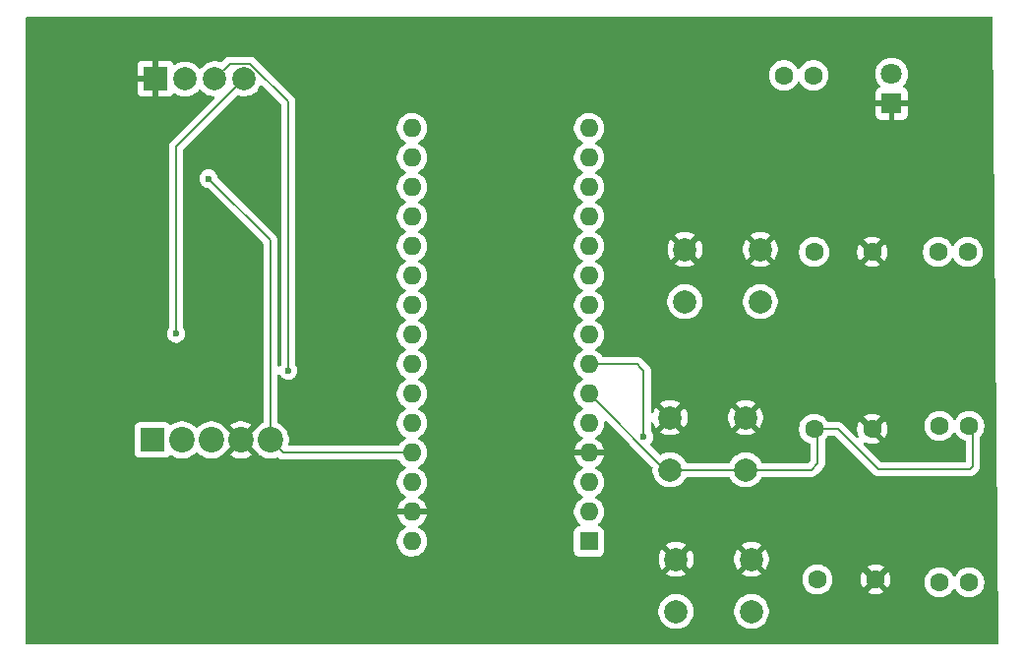
<source format=gbr>
%TF.GenerationSoftware,KiCad,Pcbnew,9.0.2*%
%TF.CreationDate,2025-06-05T21:12:55+05:30*%
%TF.ProjectId,1 try,31207472-792e-46b6-9963-61645f706362,rev?*%
%TF.SameCoordinates,Original*%
%TF.FileFunction,Copper,L2,Bot*%
%TF.FilePolarity,Positive*%
%FSLAX46Y46*%
G04 Gerber Fmt 4.6, Leading zero omitted, Abs format (unit mm)*
G04 Created by KiCad (PCBNEW 9.0.2) date 2025-06-05 21:12:55*
%MOMM*%
%LPD*%
G01*
G04 APERTURE LIST*
%TA.AperFunction,ComponentPad*%
%ADD10R,1.600000X1.600000*%
%TD*%
%TA.AperFunction,ComponentPad*%
%ADD11O,1.600000X1.600000*%
%TD*%
%TA.AperFunction,ComponentPad*%
%ADD12C,2.000000*%
%TD*%
%TA.AperFunction,ComponentPad*%
%ADD13C,1.600000*%
%TD*%
%TA.AperFunction,ComponentPad*%
%ADD14R,2.100000X2.100000*%
%TD*%
%TA.AperFunction,ComponentPad*%
%ADD15C,2.200000*%
%TD*%
%TA.AperFunction,ComponentPad*%
%ADD16R,1.800000X1.800000*%
%TD*%
%TA.AperFunction,ComponentPad*%
%ADD17C,1.800000*%
%TD*%
%TA.AperFunction,ViaPad*%
%ADD18C,0.600000*%
%TD*%
%TA.AperFunction,Conductor*%
%ADD19C,0.200000*%
%TD*%
G04 APERTURE END LIST*
D10*
%TO.P,A1,1,D1/TX*%
%TO.N,unconnected-(A1-D1{slash}TX-Pad1)*%
X128000000Y-106160000D03*
D11*
%TO.P,A1,2,D0/RX*%
%TO.N,unconnected-(A1-D0{slash}RX-Pad2)*%
X128000000Y-103620000D03*
%TO.P,A1,3,~{RESET}*%
%TO.N,unconnected-(A1-~{RESET}-Pad3)*%
X128000000Y-101080000D03*
%TO.P,A1,4,GND*%
%TO.N,GND*%
X128000000Y-98540000D03*
%TO.P,A1,5,D2*%
%TO.N,Net-(A1-D2)*%
X128000000Y-96000000D03*
%TO.P,A1,6,D3*%
%TO.N,Net-(A1-D3)*%
X128000000Y-93460000D03*
%TO.P,A1,7,D4*%
%TO.N,Net-(A1-D4)*%
X128000000Y-90920000D03*
%TO.P,A1,8,D5*%
%TO.N,unconnected-(A1-D5-Pad8)*%
X128000000Y-88380000D03*
%TO.P,A1,9,D6*%
%TO.N,unconnected-(A1-D6-Pad9)*%
X128000000Y-85840000D03*
%TO.P,A1,10,D7*%
%TO.N,unconnected-(A1-D7-Pad10)*%
X128000000Y-83300000D03*
%TO.P,A1,11,D8*%
%TO.N,unconnected-(A1-D8-Pad11)*%
X128000000Y-80760000D03*
%TO.P,A1,12,D9*%
%TO.N,unconnected-(A1-D9-Pad12)*%
X128000000Y-78220000D03*
%TO.P,A1,13,D10*%
%TO.N,unconnected-(A1-D10-Pad13)*%
X128000000Y-75680000D03*
%TO.P,A1,14,D11*%
%TO.N,unconnected-(A1-D11-Pad14)*%
X128000000Y-73140000D03*
%TO.P,A1,15,D12*%
%TO.N,Net-(A1-D12)*%
X128000000Y-70600000D03*
%TO.P,A1,16,D13*%
%TO.N,unconnected-(A1-D13-Pad16)*%
X112760000Y-70600000D03*
%TO.P,A1,17,3V3*%
%TO.N,unconnected-(A1-3V3-Pad17)*%
X112760000Y-73140000D03*
%TO.P,A1,18,AREF*%
%TO.N,unconnected-(A1-AREF-Pad18)*%
X112760000Y-75680000D03*
%TO.P,A1,19,A0*%
%TO.N,unconnected-(A1-A0-Pad19)*%
X112760000Y-78220000D03*
%TO.P,A1,20,A1*%
%TO.N,unconnected-(A1-A1-Pad20)*%
X112760000Y-80760000D03*
%TO.P,A1,21,A2*%
%TO.N,unconnected-(A1-A2-Pad21)*%
X112760000Y-83300000D03*
%TO.P,A1,22,A3*%
%TO.N,unconnected-(A1-A3-Pad22)*%
X112760000Y-85840000D03*
%TO.P,A1,23,A4*%
%TO.N,Net-(A1-A4)*%
X112760000Y-88380000D03*
%TO.P,A1,24,A5*%
%TO.N,Net-(A1-A5)*%
X112760000Y-90920000D03*
%TO.P,A1,25,A6*%
%TO.N,unconnected-(A1-A6-Pad25)*%
X112760000Y-93460000D03*
%TO.P,A1,26,A7*%
%TO.N,unconnected-(A1-A7-Pad26)*%
X112760000Y-96000000D03*
%TO.P,A1,27,+5V*%
%TO.N,+5V*%
X112760000Y-98540000D03*
%TO.P,A1,28,~{RESET}*%
%TO.N,unconnected-(A1-~{RESET}-Pad28)*%
X112760000Y-101080000D03*
%TO.P,A1,29,GND*%
%TO.N,GND*%
X112760000Y-103620000D03*
%TO.P,A1,30,VIN*%
%TO.N,unconnected-(A1-VIN-Pad30)*%
X112760000Y-106160000D03*
%TD*%
D12*
%TO.P,SW3,1,1*%
%TO.N,GND*%
X135486000Y-107696000D03*
X141986000Y-107696000D03*
%TO.P,SW3,2,2*%
%TO.N,Net-(A1-D4)*%
X135486000Y-112196000D03*
X141986000Y-112196000D03*
%TD*%
D13*
%TO.P,R1,1*%
%TO.N,+5V*%
X158040000Y-81244000D03*
%TO.P,R1,2*%
%TO.N,Net-(A1-D2)*%
X160580000Y-81244000D03*
%TD*%
%TO.P,C2,1*%
%TO.N,Net-(A1-D3)*%
X147372000Y-96484000D03*
%TO.P,C2,2*%
%TO.N,GND*%
X152372000Y-96484000D03*
%TD*%
D14*
%TO.P,U2,1*%
%TO.N,GND*%
X90677700Y-66340000D03*
D12*
%TO.P,U2,2*%
%TO.N,+5V*%
X93230000Y-66352300D03*
%TO.P,U2,3,vcc*%
%TO.N,Net-(A1-A5)*%
X95770000Y-66340000D03*
%TO.P,U2,4,gnd*%
%TO.N,Net-(A1-A4)*%
X98310000Y-66340000D03*
%TD*%
D13*
%TO.P,R2,1*%
%TO.N,+5V*%
X158186000Y-96230000D03*
%TO.P,R2,2*%
%TO.N,Net-(A1-D3)*%
X160726000Y-96230000D03*
%TD*%
D14*
%TO.P,U1,1,int*%
%TO.N,unconnected-(U1-int-Pad1)*%
X90420000Y-97420000D03*
D15*
%TO.P,U1,2,SDA*%
%TO.N,Net-(A1-A4)*%
X92960000Y-97420000D03*
%TO.P,U1,3,SCL*%
%TO.N,Net-(A1-A5)*%
X95500000Y-97420000D03*
%TO.P,U1,4,GND*%
%TO.N,GND*%
X98040000Y-97420000D03*
%TO.P,U1,5,VCC*%
%TO.N,+5V*%
X100580000Y-97420000D03*
%TD*%
D16*
%TO.P,PCB-1,1,K*%
%TO.N,GND*%
X154051000Y-68453000D03*
D17*
%TO.P,PCB-1,2,A*%
%TO.N,Net-(D1-A)*%
X154051000Y-65913000D03*
%TD*%
D12*
%TO.P,SW2,1,1*%
%TO.N,GND*%
X134978000Y-95504000D03*
X141478000Y-95504000D03*
%TO.P,SW2,2,2*%
%TO.N,Net-(A1-D3)*%
X134978000Y-100004000D03*
X141478000Y-100004000D03*
%TD*%
D13*
%TO.P,R3,1*%
%TO.N,+5V*%
X158186000Y-109692000D03*
%TO.P,R3,2*%
%TO.N,Net-(A1-D4)*%
X160726000Y-109692000D03*
%TD*%
D12*
%TO.P,SW1,1,1*%
%TO.N,GND*%
X136248000Y-81026000D03*
X142748000Y-81026000D03*
%TO.P,SW1,2,2*%
%TO.N,Net-(A1-D2)*%
X136248000Y-85526000D03*
X142748000Y-85526000D03*
%TD*%
D13*
%TO.P,R4,1*%
%TO.N,Net-(A1-D12)*%
X144780000Y-66040000D03*
%TO.P,R4,2*%
%TO.N,Net-(D1-A)*%
X147320000Y-66040000D03*
%TD*%
%TO.P,C1,1*%
%TO.N,Net-(A1-D2)*%
X147372000Y-81244000D03*
%TO.P,C1,2*%
%TO.N,GND*%
X152372000Y-81244000D03*
%TD*%
%TO.P,C3,1*%
%TO.N,Net-(A1-D4)*%
X147666000Y-109438000D03*
%TO.P,C3,2*%
%TO.N,GND*%
X152666000Y-109438000D03*
%TD*%
D18*
%TO.N,+5V*%
X95250000Y-74930000D03*
%TO.N,Net-(A1-A5)*%
X102108000Y-91440000D03*
%TO.N,Net-(A1-D4)*%
X132715000Y-97155000D03*
%TO.N,Net-(A1-A4)*%
X92456000Y-88265000D03*
%TD*%
D19*
%TO.N,+5V*%
X100580000Y-80260000D02*
X95250000Y-74930000D01*
X101700000Y-98540000D02*
X100580000Y-97420000D01*
X112760000Y-98540000D02*
X101700000Y-98540000D01*
X100580000Y-97420000D02*
X100580000Y-80260000D01*
%TO.N,Net-(A1-A5)*%
X97071000Y-65039000D02*
X98848892Y-65039000D01*
X102108000Y-68298108D02*
X102108000Y-91440000D01*
X98848892Y-65039000D02*
X102108000Y-68298108D01*
X95770000Y-66340000D02*
X97071000Y-65039000D01*
%TO.N,Net-(A1-D3)*%
X161036000Y-96540000D02*
X160726000Y-96230000D01*
X147372000Y-96484000D02*
X149443000Y-96484000D01*
X160782000Y-99949000D02*
X161036000Y-99695000D01*
X134978000Y-100004000D02*
X141478000Y-100004000D01*
X141478000Y-100004000D02*
X147138000Y-100004000D01*
X161036000Y-99695000D02*
X161036000Y-96540000D01*
X128000000Y-93460000D02*
X134544000Y-100004000D01*
X149443000Y-96484000D02*
X152908000Y-99949000D01*
X152908000Y-99949000D02*
X160782000Y-99949000D01*
X147701000Y-99441000D02*
X147701000Y-96813000D01*
X134544000Y-100004000D02*
X134978000Y-100004000D01*
X147138000Y-100004000D02*
X147701000Y-99441000D01*
X147701000Y-96813000D02*
X147372000Y-96484000D01*
%TO.N,Net-(A1-D4)*%
X132461000Y-91186000D02*
X132715000Y-91440000D01*
X132195000Y-90920000D02*
X132461000Y-91186000D01*
X128000000Y-90920000D02*
X132195000Y-90920000D01*
X132715000Y-91440000D02*
X132715000Y-97155000D01*
%TO.N,Net-(A1-A4)*%
X92456000Y-72194000D02*
X98310000Y-66340000D01*
X92456000Y-88265000D02*
X92456000Y-72194000D01*
X92456000Y-96916000D02*
X92960000Y-97420000D01*
%TD*%
%TA.AperFunction,Conductor*%
%TO.N,GND*%
G36*
X162698191Y-61020185D02*
G01*
X162743946Y-61072989D01*
X162755147Y-61123373D01*
X163243792Y-114874373D01*
X163224718Y-114941588D01*
X163172332Y-114987821D01*
X163119797Y-114999500D01*
X79624500Y-114999500D01*
X79557461Y-114979815D01*
X79511706Y-114927011D01*
X79500500Y-114875500D01*
X79500500Y-112077902D01*
X133985500Y-112077902D01*
X133985500Y-112314097D01*
X134022446Y-112547368D01*
X134095433Y-112771996D01*
X134202657Y-112982433D01*
X134341483Y-113173510D01*
X134508490Y-113340517D01*
X134699567Y-113479343D01*
X134798991Y-113530002D01*
X134910003Y-113586566D01*
X134910005Y-113586566D01*
X134910008Y-113586568D01*
X135030412Y-113625689D01*
X135134631Y-113659553D01*
X135367903Y-113696500D01*
X135367908Y-113696500D01*
X135604097Y-113696500D01*
X135837368Y-113659553D01*
X136061992Y-113586568D01*
X136272433Y-113479343D01*
X136463510Y-113340517D01*
X136630517Y-113173510D01*
X136769343Y-112982433D01*
X136876568Y-112771992D01*
X136949553Y-112547368D01*
X136986500Y-112314097D01*
X136986500Y-112077902D01*
X140485500Y-112077902D01*
X140485500Y-112314097D01*
X140522446Y-112547368D01*
X140595433Y-112771996D01*
X140702657Y-112982433D01*
X140841483Y-113173510D01*
X141008490Y-113340517D01*
X141199567Y-113479343D01*
X141298991Y-113530002D01*
X141410003Y-113586566D01*
X141410005Y-113586566D01*
X141410008Y-113586568D01*
X141530412Y-113625689D01*
X141634631Y-113659553D01*
X141867903Y-113696500D01*
X141867908Y-113696500D01*
X142104097Y-113696500D01*
X142337368Y-113659553D01*
X142561992Y-113586568D01*
X142772433Y-113479343D01*
X142963510Y-113340517D01*
X143130517Y-113173510D01*
X143269343Y-112982433D01*
X143376568Y-112771992D01*
X143449553Y-112547368D01*
X143486500Y-112314097D01*
X143486500Y-112077902D01*
X143449553Y-111844631D01*
X143376566Y-111620003D01*
X143269342Y-111409566D01*
X143130517Y-111218490D01*
X142963510Y-111051483D01*
X142772433Y-110912657D01*
X142742136Y-110897220D01*
X142561996Y-110805433D01*
X142337368Y-110732446D01*
X142104097Y-110695500D01*
X142104092Y-110695500D01*
X141867908Y-110695500D01*
X141867903Y-110695500D01*
X141634631Y-110732446D01*
X141410003Y-110805433D01*
X141199566Y-110912657D01*
X141090550Y-110991862D01*
X141008490Y-111051483D01*
X141008488Y-111051485D01*
X141008487Y-111051485D01*
X140841485Y-111218487D01*
X140841485Y-111218488D01*
X140841483Y-111218490D01*
X140781862Y-111300550D01*
X140702657Y-111409566D01*
X140595433Y-111620003D01*
X140522446Y-111844631D01*
X140485500Y-112077902D01*
X136986500Y-112077902D01*
X136949553Y-111844631D01*
X136876566Y-111620003D01*
X136769342Y-111409566D01*
X136630517Y-111218490D01*
X136463510Y-111051483D01*
X136272433Y-110912657D01*
X136242136Y-110897220D01*
X136061996Y-110805433D01*
X135837368Y-110732446D01*
X135604097Y-110695500D01*
X135604092Y-110695500D01*
X135367908Y-110695500D01*
X135367903Y-110695500D01*
X135134631Y-110732446D01*
X134910003Y-110805433D01*
X134699566Y-110912657D01*
X134590550Y-110991862D01*
X134508490Y-111051483D01*
X134508488Y-111051485D01*
X134508487Y-111051485D01*
X134341485Y-111218487D01*
X134341485Y-111218488D01*
X134341483Y-111218490D01*
X134281862Y-111300550D01*
X134202657Y-111409566D01*
X134095433Y-111620003D01*
X134022446Y-111844631D01*
X133985500Y-112077902D01*
X79500500Y-112077902D01*
X79500500Y-109335648D01*
X146365500Y-109335648D01*
X146365500Y-109540351D01*
X146397522Y-109742534D01*
X146460781Y-109937223D01*
X146524691Y-110062653D01*
X146553585Y-110119359D01*
X146553715Y-110119613D01*
X146674028Y-110285213D01*
X146818786Y-110429971D01*
X146939226Y-110517474D01*
X146984390Y-110550287D01*
X147100607Y-110609503D01*
X147166776Y-110643218D01*
X147166778Y-110643218D01*
X147166781Y-110643220D01*
X147271137Y-110677127D01*
X147361465Y-110706477D01*
X147462557Y-110722488D01*
X147563648Y-110738500D01*
X147563649Y-110738500D01*
X147768351Y-110738500D01*
X147768352Y-110738500D01*
X147970534Y-110706477D01*
X148165219Y-110643220D01*
X148347610Y-110550287D01*
X148440590Y-110482732D01*
X148513213Y-110429971D01*
X148513215Y-110429968D01*
X148513219Y-110429966D01*
X148657966Y-110285219D01*
X148657968Y-110285215D01*
X148657971Y-110285213D01*
X148710732Y-110212590D01*
X148778287Y-110119610D01*
X148871220Y-109937219D01*
X148934477Y-109742534D01*
X148966500Y-109540352D01*
X148966500Y-109335682D01*
X151366000Y-109335682D01*
X151366000Y-109540317D01*
X151398009Y-109742417D01*
X151461244Y-109937031D01*
X151554141Y-110119350D01*
X151554147Y-110119359D01*
X151586523Y-110163921D01*
X151586524Y-110163922D01*
X152266000Y-109484446D01*
X152266000Y-109490661D01*
X152293259Y-109592394D01*
X152345920Y-109683606D01*
X152420394Y-109758080D01*
X152511606Y-109810741D01*
X152613339Y-109838000D01*
X152619553Y-109838000D01*
X151940076Y-110517474D01*
X151984650Y-110549859D01*
X152166968Y-110642755D01*
X152361582Y-110705990D01*
X152563683Y-110738000D01*
X152768317Y-110738000D01*
X152970417Y-110705990D01*
X153165031Y-110642755D01*
X153347349Y-110549859D01*
X153391921Y-110517474D01*
X152712447Y-109838000D01*
X152718661Y-109838000D01*
X152820394Y-109810741D01*
X152911606Y-109758080D01*
X152986080Y-109683606D01*
X153038741Y-109592394D01*
X153066000Y-109490661D01*
X153066000Y-109484448D01*
X153745474Y-110163922D01*
X153745474Y-110163921D01*
X153777859Y-110119349D01*
X153870755Y-109937031D01*
X153933990Y-109742417D01*
X153958187Y-109589648D01*
X156885500Y-109589648D01*
X156885500Y-109794351D01*
X156917522Y-109996534D01*
X156980781Y-110191223D01*
X157073715Y-110373613D01*
X157194028Y-110539213D01*
X157338786Y-110683971D01*
X157493749Y-110796556D01*
X157504390Y-110804287D01*
X157620607Y-110863503D01*
X157686776Y-110897218D01*
X157686778Y-110897218D01*
X157686781Y-110897220D01*
X157791137Y-110931127D01*
X157881465Y-110960477D01*
X157982557Y-110976488D01*
X158083648Y-110992500D01*
X158083649Y-110992500D01*
X158288351Y-110992500D01*
X158288352Y-110992500D01*
X158490534Y-110960477D01*
X158685219Y-110897220D01*
X158867610Y-110804287D01*
X158966490Y-110732447D01*
X159033213Y-110683971D01*
X159033215Y-110683968D01*
X159033219Y-110683966D01*
X159177966Y-110539219D01*
X159177968Y-110539215D01*
X159177971Y-110539213D01*
X159298284Y-110373614D01*
X159298285Y-110373613D01*
X159298287Y-110373610D01*
X159345516Y-110280917D01*
X159393489Y-110230123D01*
X159461310Y-110213328D01*
X159527445Y-110235865D01*
X159566483Y-110280917D01*
X159610348Y-110367006D01*
X159613715Y-110373614D01*
X159734028Y-110539213D01*
X159878786Y-110683971D01*
X160033749Y-110796556D01*
X160044390Y-110804287D01*
X160160607Y-110863503D01*
X160226776Y-110897218D01*
X160226778Y-110897218D01*
X160226781Y-110897220D01*
X160331137Y-110931127D01*
X160421465Y-110960477D01*
X160522557Y-110976488D01*
X160623648Y-110992500D01*
X160623649Y-110992500D01*
X160828351Y-110992500D01*
X160828352Y-110992500D01*
X161030534Y-110960477D01*
X161225219Y-110897220D01*
X161407610Y-110804287D01*
X161506490Y-110732447D01*
X161573213Y-110683971D01*
X161573215Y-110683968D01*
X161573219Y-110683966D01*
X161717966Y-110539219D01*
X161717968Y-110539215D01*
X161717971Y-110539213D01*
X161770732Y-110466590D01*
X161838287Y-110373610D01*
X161931220Y-110191219D01*
X161994477Y-109996534D01*
X162026500Y-109794352D01*
X162026500Y-109589648D01*
X161994477Y-109387466D01*
X161931220Y-109192781D01*
X161931218Y-109192778D01*
X161931218Y-109192776D01*
X161866244Y-109065259D01*
X161838287Y-109010390D01*
X161830556Y-108999749D01*
X161717971Y-108844786D01*
X161573213Y-108700028D01*
X161407613Y-108579715D01*
X161407612Y-108579714D01*
X161407610Y-108579713D01*
X161350653Y-108550691D01*
X161225223Y-108486781D01*
X161030534Y-108423522D01*
X160855995Y-108395878D01*
X160828352Y-108391500D01*
X160623648Y-108391500D01*
X160599329Y-108395351D01*
X160421465Y-108423522D01*
X160226776Y-108486781D01*
X160044386Y-108579715D01*
X159878786Y-108700028D01*
X159734028Y-108844786D01*
X159613715Y-109010386D01*
X159566485Y-109103080D01*
X159518510Y-109153876D01*
X159450689Y-109170671D01*
X159384554Y-109148134D01*
X159345515Y-109103080D01*
X159326244Y-109065259D01*
X159298287Y-109010390D01*
X159290556Y-108999749D01*
X159177971Y-108844786D01*
X159033213Y-108700028D01*
X158867613Y-108579715D01*
X158867612Y-108579714D01*
X158867610Y-108579713D01*
X158810653Y-108550691D01*
X158685223Y-108486781D01*
X158490534Y-108423522D01*
X158315995Y-108395878D01*
X158288352Y-108391500D01*
X158083648Y-108391500D01*
X158059329Y-108395351D01*
X157881465Y-108423522D01*
X157686776Y-108486781D01*
X157504386Y-108579715D01*
X157338786Y-108700028D01*
X157194028Y-108844786D01*
X157073715Y-109010386D01*
X156980781Y-109192776D01*
X156917522Y-109387465D01*
X156885500Y-109589648D01*
X153958187Y-109589648D01*
X153962031Y-109565378D01*
X153962031Y-109565377D01*
X153966000Y-109540318D01*
X153966000Y-109335682D01*
X153933990Y-109133582D01*
X153870755Y-108938968D01*
X153777859Y-108756650D01*
X153745474Y-108712077D01*
X153745474Y-108712076D01*
X153066000Y-109391551D01*
X153066000Y-109385339D01*
X153038741Y-109283606D01*
X152986080Y-109192394D01*
X152911606Y-109117920D01*
X152820394Y-109065259D01*
X152718661Y-109038000D01*
X152712446Y-109038000D01*
X153391922Y-108358524D01*
X153391921Y-108358523D01*
X153347359Y-108326147D01*
X153347350Y-108326141D01*
X153165031Y-108233244D01*
X152970417Y-108170009D01*
X152768317Y-108138000D01*
X152563683Y-108138000D01*
X152361582Y-108170009D01*
X152166968Y-108233244D01*
X151984644Y-108326143D01*
X151940077Y-108358523D01*
X151940077Y-108358524D01*
X152619554Y-109038000D01*
X152613339Y-109038000D01*
X152511606Y-109065259D01*
X152420394Y-109117920D01*
X152345920Y-109192394D01*
X152293259Y-109283606D01*
X152266000Y-109385339D01*
X152266000Y-109391553D01*
X151586524Y-108712077D01*
X151586523Y-108712077D01*
X151554143Y-108756644D01*
X151461244Y-108938968D01*
X151398009Y-109133582D01*
X151366000Y-109335682D01*
X148966500Y-109335682D01*
X148966500Y-109335648D01*
X148943871Y-109192776D01*
X148934477Y-109133465D01*
X148884260Y-108978914D01*
X148871220Y-108938781D01*
X148871218Y-108938778D01*
X148871218Y-108938776D01*
X148823327Y-108844786D01*
X148778287Y-108756390D01*
X148746092Y-108712077D01*
X148657971Y-108590786D01*
X148513213Y-108446028D01*
X148347613Y-108325715D01*
X148347612Y-108325714D01*
X148347610Y-108325713D01*
X148290653Y-108296691D01*
X148165223Y-108232781D01*
X147970534Y-108169522D01*
X147795995Y-108141878D01*
X147768352Y-108137500D01*
X147563648Y-108137500D01*
X147539329Y-108141351D01*
X147361465Y-108169522D01*
X147166776Y-108232781D01*
X146984386Y-108325715D01*
X146818786Y-108446028D01*
X146674028Y-108590786D01*
X146553715Y-108756386D01*
X146460781Y-108938776D01*
X146397522Y-109133465D01*
X146365500Y-109335648D01*
X79500500Y-109335648D01*
X79500500Y-107577947D01*
X133986000Y-107577947D01*
X133986000Y-107814052D01*
X134022934Y-108047247D01*
X134095897Y-108271802D01*
X134203087Y-108482174D01*
X134263338Y-108565104D01*
X134263340Y-108565105D01*
X134962212Y-107866233D01*
X134973482Y-107908292D01*
X135045890Y-108033708D01*
X135148292Y-108136110D01*
X135273708Y-108208518D01*
X135315765Y-108219787D01*
X134616893Y-108918658D01*
X134699828Y-108978914D01*
X134910197Y-109086102D01*
X135134752Y-109159065D01*
X135134751Y-109159065D01*
X135367948Y-109196000D01*
X135604052Y-109196000D01*
X135837247Y-109159065D01*
X136061802Y-109086102D01*
X136272163Y-108978918D01*
X136272169Y-108978914D01*
X136355104Y-108918658D01*
X136355105Y-108918658D01*
X135656233Y-108219787D01*
X135698292Y-108208518D01*
X135823708Y-108136110D01*
X135926110Y-108033708D01*
X135998518Y-107908292D01*
X136009787Y-107866234D01*
X136708658Y-108565105D01*
X136708658Y-108565104D01*
X136768914Y-108482169D01*
X136768918Y-108482163D01*
X136876102Y-108271802D01*
X136949065Y-108047247D01*
X136986000Y-107814052D01*
X136986000Y-107577947D01*
X140486000Y-107577947D01*
X140486000Y-107814052D01*
X140522934Y-108047247D01*
X140595897Y-108271802D01*
X140703087Y-108482174D01*
X140763338Y-108565104D01*
X140763340Y-108565105D01*
X141462212Y-107866233D01*
X141473482Y-107908292D01*
X141545890Y-108033708D01*
X141648292Y-108136110D01*
X141773708Y-108208518D01*
X141815765Y-108219787D01*
X141116893Y-108918658D01*
X141199828Y-108978914D01*
X141410197Y-109086102D01*
X141634752Y-109159065D01*
X141634751Y-109159065D01*
X141867948Y-109196000D01*
X142104052Y-109196000D01*
X142337247Y-109159065D01*
X142561802Y-109086102D01*
X142772163Y-108978918D01*
X142772169Y-108978914D01*
X142855104Y-108918658D01*
X142855105Y-108918658D01*
X142156233Y-108219787D01*
X142198292Y-108208518D01*
X142323708Y-108136110D01*
X142426110Y-108033708D01*
X142498518Y-107908292D01*
X142509787Y-107866234D01*
X143208658Y-108565105D01*
X143208658Y-108565104D01*
X143268914Y-108482169D01*
X143268918Y-108482163D01*
X143376102Y-108271802D01*
X143449065Y-108047247D01*
X143486000Y-107814052D01*
X143486000Y-107577947D01*
X143449065Y-107344752D01*
X143376102Y-107120197D01*
X143268914Y-106909828D01*
X143208658Y-106826894D01*
X143208658Y-106826893D01*
X142509787Y-107525765D01*
X142498518Y-107483708D01*
X142426110Y-107358292D01*
X142323708Y-107255890D01*
X142198292Y-107183482D01*
X142156234Y-107172212D01*
X142855105Y-106473340D01*
X142855104Y-106473338D01*
X142772174Y-106413087D01*
X142561802Y-106305897D01*
X142337247Y-106232934D01*
X142337248Y-106232934D01*
X142104052Y-106196000D01*
X141867948Y-106196000D01*
X141634752Y-106232934D01*
X141410197Y-106305897D01*
X141199830Y-106413084D01*
X141116894Y-106473340D01*
X141815766Y-107172212D01*
X141773708Y-107183482D01*
X141648292Y-107255890D01*
X141545890Y-107358292D01*
X141473482Y-107483708D01*
X141462212Y-107525766D01*
X140763340Y-106826894D01*
X140703084Y-106909830D01*
X140595897Y-107120197D01*
X140522934Y-107344752D01*
X140486000Y-107577947D01*
X136986000Y-107577947D01*
X136949065Y-107344752D01*
X136876102Y-107120197D01*
X136768914Y-106909828D01*
X136708658Y-106826894D01*
X136708658Y-106826893D01*
X136009787Y-107525765D01*
X135998518Y-107483708D01*
X135926110Y-107358292D01*
X135823708Y-107255890D01*
X135698292Y-107183482D01*
X135656234Y-107172212D01*
X136355105Y-106473340D01*
X136355104Y-106473339D01*
X136272174Y-106413087D01*
X136061802Y-106305897D01*
X135837247Y-106232934D01*
X135837248Y-106232934D01*
X135604052Y-106196000D01*
X135367948Y-106196000D01*
X135134752Y-106232934D01*
X134910197Y-106305897D01*
X134699830Y-106413084D01*
X134616894Y-106473340D01*
X135315766Y-107172212D01*
X135273708Y-107183482D01*
X135148292Y-107255890D01*
X135045890Y-107358292D01*
X134973482Y-107483708D01*
X134962212Y-107525766D01*
X134263340Y-106826894D01*
X134203084Y-106909830D01*
X134095897Y-107120197D01*
X134022934Y-107344752D01*
X133986000Y-107577947D01*
X79500500Y-107577947D01*
X79500500Y-96322135D01*
X88869500Y-96322135D01*
X88869500Y-98517870D01*
X88869501Y-98517876D01*
X88875908Y-98577483D01*
X88926202Y-98712328D01*
X88926206Y-98712335D01*
X89012452Y-98827544D01*
X89012455Y-98827547D01*
X89127664Y-98913793D01*
X89127671Y-98913797D01*
X89262517Y-98964091D01*
X89262516Y-98964091D01*
X89269444Y-98964835D01*
X89322127Y-98970500D01*
X91517872Y-98970499D01*
X91577483Y-98964091D01*
X91712331Y-98913796D01*
X91827546Y-98827546D01*
X91876477Y-98762182D01*
X91932408Y-98720312D01*
X92002100Y-98715328D01*
X92048627Y-98736176D01*
X92108822Y-98779909D01*
X92121155Y-98788870D01*
X92259741Y-98859483D01*
X92345616Y-98903239D01*
X92345618Y-98903239D01*
X92345621Y-98903241D01*
X92585215Y-98981090D01*
X92834038Y-99020500D01*
X92834039Y-99020500D01*
X93085961Y-99020500D01*
X93085962Y-99020500D01*
X93334785Y-98981090D01*
X93574379Y-98903241D01*
X93798845Y-98788870D01*
X94002656Y-98640793D01*
X94142319Y-98501130D01*
X94203642Y-98467645D01*
X94273334Y-98472629D01*
X94317681Y-98501130D01*
X94457345Y-98640794D01*
X94457350Y-98640798D01*
X94588628Y-98736176D01*
X94661155Y-98788870D01*
X94799741Y-98859483D01*
X94885616Y-98903239D01*
X94885618Y-98903239D01*
X94885621Y-98903241D01*
X95125215Y-98981090D01*
X95374038Y-99020500D01*
X95374039Y-99020500D01*
X95625961Y-99020500D01*
X95625962Y-99020500D01*
X95874785Y-98981090D01*
X96114379Y-98903241D01*
X96338845Y-98788870D01*
X96542656Y-98640793D01*
X96720793Y-98462656D01*
X96868870Y-98258845D01*
X96882051Y-98232975D01*
X96904851Y-98201594D01*
X97557037Y-97549408D01*
X97574075Y-97612993D01*
X97639901Y-97727007D01*
X97732993Y-97820099D01*
X97847007Y-97885925D01*
X97910590Y-97902962D01*
X97099300Y-98714250D01*
X97201416Y-98788442D01*
X97425815Y-98902780D01*
X97665330Y-98980602D01*
X97914072Y-99020000D01*
X98165928Y-99020000D01*
X98414669Y-98980602D01*
X98654184Y-98902780D01*
X98878575Y-98788446D01*
X98878581Y-98788442D01*
X98980697Y-98714250D01*
X98980698Y-98714250D01*
X98169409Y-97902962D01*
X98232993Y-97885925D01*
X98347007Y-97820099D01*
X98440099Y-97727007D01*
X98505925Y-97612993D01*
X98522962Y-97549409D01*
X99175147Y-98201594D01*
X99197950Y-98232979D01*
X99211130Y-98258846D01*
X99359201Y-98462649D01*
X99359205Y-98462654D01*
X99537345Y-98640794D01*
X99537350Y-98640798D01*
X99668628Y-98736176D01*
X99741155Y-98788870D01*
X99879741Y-98859483D01*
X99965616Y-98903239D01*
X99965618Y-98903239D01*
X99965621Y-98903241D01*
X100205215Y-98981090D01*
X100454038Y-99020500D01*
X100454039Y-99020500D01*
X100705961Y-99020500D01*
X100705962Y-99020500D01*
X100954785Y-98981090D01*
X101136925Y-98921908D01*
X101143910Y-98921709D01*
X101150078Y-98918420D01*
X101178380Y-98920724D01*
X101206763Y-98919914D01*
X101214425Y-98923660D01*
X101219717Y-98924091D01*
X101233133Y-98932806D01*
X101250526Y-98941310D01*
X101257087Y-98946323D01*
X101331284Y-99020520D01*
X101418095Y-99070639D01*
X101425023Y-99074639D01*
X101425027Y-99074642D01*
X101468213Y-99099576D01*
X101468215Y-99099577D01*
X101620942Y-99140500D01*
X101620943Y-99140500D01*
X111530398Y-99140500D01*
X111597437Y-99160185D01*
X111640882Y-99208204D01*
X111645653Y-99217567D01*
X111647715Y-99221614D01*
X111768028Y-99387213D01*
X111912786Y-99531971D01*
X112028366Y-99615943D01*
X112078390Y-99652287D01*
X112167282Y-99697580D01*
X112171080Y-99699515D01*
X112221876Y-99747490D01*
X112238671Y-99815311D01*
X112216134Y-99881446D01*
X112171080Y-99920485D01*
X112078388Y-99967714D01*
X111912786Y-100088028D01*
X111768028Y-100232786D01*
X111647715Y-100398386D01*
X111554781Y-100580776D01*
X111491522Y-100775465D01*
X111459500Y-100977648D01*
X111459500Y-101182351D01*
X111491522Y-101384534D01*
X111554781Y-101579223D01*
X111647715Y-101761613D01*
X111768028Y-101927213D01*
X111912786Y-102071971D01*
X112067749Y-102184556D01*
X112078390Y-102192287D01*
X112150424Y-102228990D01*
X112171629Y-102239795D01*
X112222425Y-102287770D01*
X112239220Y-102355591D01*
X112216682Y-102421726D01*
X112171629Y-102460765D01*
X112078650Y-102508140D01*
X111913105Y-102628417D01*
X111913104Y-102628417D01*
X111768417Y-102773104D01*
X111768417Y-102773105D01*
X111648140Y-102938650D01*
X111555244Y-103120970D01*
X111492009Y-103315586D01*
X111483391Y-103370000D01*
X112326988Y-103370000D01*
X112294075Y-103427007D01*
X112260000Y-103554174D01*
X112260000Y-103685826D01*
X112294075Y-103812993D01*
X112326988Y-103870000D01*
X111483391Y-103870000D01*
X111492009Y-103924413D01*
X111555244Y-104119029D01*
X111648140Y-104301349D01*
X111768417Y-104466894D01*
X111768417Y-104466895D01*
X111913104Y-104611582D01*
X112078652Y-104731861D01*
X112171628Y-104779234D01*
X112222425Y-104827208D01*
X112239220Y-104895029D01*
X112216683Y-104961164D01*
X112171630Y-105000203D01*
X112078388Y-105047713D01*
X111912786Y-105168028D01*
X111768028Y-105312786D01*
X111647715Y-105478386D01*
X111554781Y-105660776D01*
X111491522Y-105855465D01*
X111459500Y-106057648D01*
X111459500Y-106262351D01*
X111491522Y-106464534D01*
X111554781Y-106659223D01*
X111618691Y-106784653D01*
X111640214Y-106826893D01*
X111647715Y-106841613D01*
X111768028Y-107007213D01*
X111912786Y-107151971D01*
X112055821Y-107255890D01*
X112078390Y-107272287D01*
X112167212Y-107317544D01*
X112260776Y-107365218D01*
X112260778Y-107365218D01*
X112260781Y-107365220D01*
X112365137Y-107399127D01*
X112455465Y-107428477D01*
X112556557Y-107444488D01*
X112657648Y-107460500D01*
X112657649Y-107460500D01*
X112862351Y-107460500D01*
X112862352Y-107460500D01*
X113064534Y-107428477D01*
X113259219Y-107365220D01*
X113441610Y-107272287D01*
X113563841Y-107183482D01*
X113607213Y-107151971D01*
X113607215Y-107151968D01*
X113607219Y-107151966D01*
X113751966Y-107007219D01*
X113751968Y-107007215D01*
X113751971Y-107007213D01*
X113804732Y-106934590D01*
X113872287Y-106841610D01*
X113965220Y-106659219D01*
X114028477Y-106464534D01*
X114060500Y-106262352D01*
X114060500Y-106057648D01*
X114028477Y-105855466D01*
X113965220Y-105660781D01*
X113965218Y-105660778D01*
X113965218Y-105660776D01*
X113931503Y-105594607D01*
X113872287Y-105478390D01*
X113864556Y-105467749D01*
X113751971Y-105312786D01*
X113607213Y-105168028D01*
X113441611Y-105047713D01*
X113348369Y-105000203D01*
X113297574Y-104952229D01*
X113280779Y-104884407D01*
X113303317Y-104818273D01*
X113348371Y-104779234D01*
X113441347Y-104731861D01*
X113606894Y-104611582D01*
X113606895Y-104611582D01*
X113751582Y-104466895D01*
X113751582Y-104466894D01*
X113871859Y-104301349D01*
X113964755Y-104119029D01*
X114027990Y-103924413D01*
X114036609Y-103870000D01*
X113193012Y-103870000D01*
X113225925Y-103812993D01*
X113260000Y-103685826D01*
X113260000Y-103554174D01*
X113225925Y-103427007D01*
X113193012Y-103370000D01*
X114036609Y-103370000D01*
X114027990Y-103315586D01*
X113964755Y-103120970D01*
X113871859Y-102938650D01*
X113751582Y-102773105D01*
X113751582Y-102773104D01*
X113606895Y-102628417D01*
X113441349Y-102508140D01*
X113348370Y-102460765D01*
X113297574Y-102412790D01*
X113280779Y-102344969D01*
X113303316Y-102278835D01*
X113348370Y-102239795D01*
X113348920Y-102239515D01*
X113441610Y-102192287D01*
X113462770Y-102176913D01*
X113607213Y-102071971D01*
X113607215Y-102071968D01*
X113607219Y-102071966D01*
X113751966Y-101927219D01*
X113751968Y-101927215D01*
X113751971Y-101927213D01*
X113804732Y-101854590D01*
X113872287Y-101761610D01*
X113965220Y-101579219D01*
X114028477Y-101384534D01*
X114060500Y-101182352D01*
X114060500Y-100977648D01*
X114028477Y-100775466D01*
X113965220Y-100580781D01*
X113965218Y-100580778D01*
X113965218Y-100580776D01*
X113913687Y-100479642D01*
X113872287Y-100398390D01*
X113846217Y-100362507D01*
X113751971Y-100232786D01*
X113607213Y-100088028D01*
X113441612Y-99967714D01*
X113370993Y-99931732D01*
X113348917Y-99920483D01*
X113298123Y-99872511D01*
X113281328Y-99804690D01*
X113303865Y-99738555D01*
X113348917Y-99699516D01*
X113441610Y-99652287D01*
X113491634Y-99615943D01*
X113607213Y-99531971D01*
X113607215Y-99531968D01*
X113607219Y-99531966D01*
X113751966Y-99387219D01*
X113751968Y-99387215D01*
X113751971Y-99387213D01*
X113821481Y-99291539D01*
X113872287Y-99221610D01*
X113965220Y-99039219D01*
X114028477Y-98844534D01*
X114060500Y-98642352D01*
X114060500Y-98437648D01*
X114046144Y-98347007D01*
X114028477Y-98235465D01*
X113965218Y-98040776D01*
X113931503Y-97974607D01*
X113872287Y-97858390D01*
X113828305Y-97797853D01*
X113751971Y-97692786D01*
X113607213Y-97548028D01*
X113441614Y-97427715D01*
X113374826Y-97393685D01*
X113348917Y-97380483D01*
X113298123Y-97332511D01*
X113281328Y-97264690D01*
X113303865Y-97198555D01*
X113348917Y-97159516D01*
X113441610Y-97112287D01*
X113479856Y-97084500D01*
X113607213Y-96991971D01*
X113607215Y-96991968D01*
X113607219Y-96991966D01*
X113751966Y-96847219D01*
X113751968Y-96847215D01*
X113751971Y-96847213D01*
X113821634Y-96751328D01*
X113872287Y-96681610D01*
X113965220Y-96499219D01*
X114028477Y-96304534D01*
X114060500Y-96102352D01*
X114060500Y-95897648D01*
X114047536Y-95815795D01*
X114028477Y-95695465D01*
X113966266Y-95504000D01*
X113965220Y-95500781D01*
X113965218Y-95500778D01*
X113965218Y-95500776D01*
X113929966Y-95431591D01*
X113872287Y-95318390D01*
X113843509Y-95278780D01*
X113751971Y-95152786D01*
X113607213Y-95008028D01*
X113441614Y-94887715D01*
X113435006Y-94884348D01*
X113348917Y-94840483D01*
X113298123Y-94792511D01*
X113281328Y-94724690D01*
X113303865Y-94658555D01*
X113348917Y-94619516D01*
X113441610Y-94572287D01*
X113462770Y-94556913D01*
X113607213Y-94451971D01*
X113607215Y-94451968D01*
X113607219Y-94451966D01*
X113751966Y-94307219D01*
X113751968Y-94307215D01*
X113751971Y-94307213D01*
X113814546Y-94221084D01*
X113872287Y-94141610D01*
X113965220Y-93959219D01*
X114028477Y-93764534D01*
X114060500Y-93562352D01*
X114060500Y-93357648D01*
X114028477Y-93155466D01*
X113965220Y-92960781D01*
X113965218Y-92960778D01*
X113965218Y-92960776D01*
X113931503Y-92894607D01*
X113872287Y-92778390D01*
X113864556Y-92767749D01*
X113751971Y-92612786D01*
X113607213Y-92468028D01*
X113441614Y-92347715D01*
X113435006Y-92344348D01*
X113348917Y-92300483D01*
X113298123Y-92252511D01*
X113281328Y-92184690D01*
X113303865Y-92118555D01*
X113348917Y-92079516D01*
X113441610Y-92032287D01*
X113462770Y-92016913D01*
X113607213Y-91911971D01*
X113607215Y-91911968D01*
X113607219Y-91911966D01*
X113751966Y-91767219D01*
X113751968Y-91767215D01*
X113751971Y-91767213D01*
X113808987Y-91688735D01*
X113872287Y-91601610D01*
X113965220Y-91419219D01*
X114028477Y-91224534D01*
X114060500Y-91022352D01*
X114060500Y-90817648D01*
X114028477Y-90615466D01*
X113965220Y-90420781D01*
X113965218Y-90420778D01*
X113965218Y-90420776D01*
X113931503Y-90354607D01*
X113872287Y-90238390D01*
X113864556Y-90227749D01*
X113751971Y-90072786D01*
X113607213Y-89928028D01*
X113441614Y-89807715D01*
X113435006Y-89804348D01*
X113348917Y-89760483D01*
X113298123Y-89712511D01*
X113281328Y-89644690D01*
X113303865Y-89578555D01*
X113348917Y-89539516D01*
X113441610Y-89492287D01*
X113462770Y-89476913D01*
X113607213Y-89371971D01*
X113607215Y-89371968D01*
X113607219Y-89371966D01*
X113751966Y-89227219D01*
X113751968Y-89227215D01*
X113751971Y-89227213D01*
X113804732Y-89154590D01*
X113872287Y-89061610D01*
X113965220Y-88879219D01*
X114028477Y-88684534D01*
X114060500Y-88482352D01*
X114060500Y-88277648D01*
X114028477Y-88075466D01*
X113965220Y-87880781D01*
X113965218Y-87880778D01*
X113965218Y-87880776D01*
X113900685Y-87754125D01*
X113872287Y-87698390D01*
X113862729Y-87685234D01*
X113751971Y-87532786D01*
X113607213Y-87388028D01*
X113441614Y-87267715D01*
X113435006Y-87264348D01*
X113348917Y-87220483D01*
X113298123Y-87172511D01*
X113281328Y-87104690D01*
X113303865Y-87038555D01*
X113348917Y-86999516D01*
X113441610Y-86952287D01*
X113462770Y-86936913D01*
X113607213Y-86831971D01*
X113607215Y-86831968D01*
X113607219Y-86831966D01*
X113751966Y-86687219D01*
X113751968Y-86687215D01*
X113751971Y-86687213D01*
X113804732Y-86614590D01*
X113872287Y-86521610D01*
X113965220Y-86339219D01*
X114028477Y-86144534D01*
X114060500Y-85942352D01*
X114060500Y-85737648D01*
X114028477Y-85535466D01*
X113965220Y-85340781D01*
X113965218Y-85340778D01*
X113965218Y-85340776D01*
X113931503Y-85274607D01*
X113872287Y-85158390D01*
X113864556Y-85147749D01*
X113751971Y-84992786D01*
X113607213Y-84848028D01*
X113441614Y-84727715D01*
X113435006Y-84724348D01*
X113348917Y-84680483D01*
X113298123Y-84632511D01*
X113281328Y-84564690D01*
X113303865Y-84498555D01*
X113348917Y-84459516D01*
X113441610Y-84412287D01*
X113484006Y-84381485D01*
X113607213Y-84291971D01*
X113607215Y-84291968D01*
X113607219Y-84291966D01*
X113751966Y-84147219D01*
X113751968Y-84147215D01*
X113751971Y-84147213D01*
X113840399Y-84025500D01*
X113872287Y-83981610D01*
X113965220Y-83799219D01*
X114028477Y-83604534D01*
X114060500Y-83402352D01*
X114060500Y-83197648D01*
X114028477Y-82995466D01*
X113965220Y-82800781D01*
X113965218Y-82800778D01*
X113965218Y-82800776D01*
X113931503Y-82734607D01*
X113872287Y-82618390D01*
X113864556Y-82607749D01*
X113751971Y-82452786D01*
X113607213Y-82308028D01*
X113441614Y-82187715D01*
X113435006Y-82184348D01*
X113348917Y-82140483D01*
X113298123Y-82092511D01*
X113281328Y-82024690D01*
X113303865Y-81958555D01*
X113348917Y-81919516D01*
X113441610Y-81872287D01*
X113524356Y-81812169D01*
X113607213Y-81751971D01*
X113607215Y-81751968D01*
X113607219Y-81751966D01*
X113751966Y-81607219D01*
X113751968Y-81607215D01*
X113751971Y-81607213D01*
X113837416Y-81489606D01*
X113872287Y-81441610D01*
X113965220Y-81259219D01*
X114028477Y-81064534D01*
X114060500Y-80862352D01*
X114060500Y-80657648D01*
X114060093Y-80655080D01*
X114028477Y-80455465D01*
X113965218Y-80260776D01*
X113924540Y-80180943D01*
X113872287Y-80078390D01*
X113835833Y-80028215D01*
X113751971Y-79912786D01*
X113607213Y-79768028D01*
X113441614Y-79647715D01*
X113418420Y-79635897D01*
X113348917Y-79600483D01*
X113298123Y-79552511D01*
X113281328Y-79484690D01*
X113303865Y-79418555D01*
X113348917Y-79379516D01*
X113441610Y-79332287D01*
X113462770Y-79316913D01*
X113607213Y-79211971D01*
X113607215Y-79211968D01*
X113607219Y-79211966D01*
X113751966Y-79067219D01*
X113751968Y-79067215D01*
X113751971Y-79067213D01*
X113804732Y-78994590D01*
X113872287Y-78901610D01*
X113965220Y-78719219D01*
X114028477Y-78524534D01*
X114060500Y-78322352D01*
X114060500Y-78117648D01*
X114028477Y-77915466D01*
X113965220Y-77720781D01*
X113965218Y-77720778D01*
X113965218Y-77720776D01*
X113931503Y-77654607D01*
X113872287Y-77538390D01*
X113864556Y-77527749D01*
X113751971Y-77372786D01*
X113607213Y-77228028D01*
X113441614Y-77107715D01*
X113435006Y-77104348D01*
X113348917Y-77060483D01*
X113298123Y-77012511D01*
X113281328Y-76944690D01*
X113303865Y-76878555D01*
X113348917Y-76839516D01*
X113441610Y-76792287D01*
X113462770Y-76776913D01*
X113607213Y-76671971D01*
X113607215Y-76671968D01*
X113607219Y-76671966D01*
X113751966Y-76527219D01*
X113751968Y-76527215D01*
X113751971Y-76527213D01*
X113804732Y-76454590D01*
X113872287Y-76361610D01*
X113965220Y-76179219D01*
X114028477Y-75984534D01*
X114060500Y-75782352D01*
X114060500Y-75577648D01*
X114028477Y-75375466D01*
X113965220Y-75180781D01*
X113965218Y-75180778D01*
X113965218Y-75180776D01*
X113931503Y-75114607D01*
X113872287Y-74998390D01*
X113864556Y-74987749D01*
X113751971Y-74832786D01*
X113607213Y-74688028D01*
X113441614Y-74567715D01*
X113408469Y-74550827D01*
X113348917Y-74520483D01*
X113298123Y-74472511D01*
X113281328Y-74404690D01*
X113303865Y-74338555D01*
X113348917Y-74299516D01*
X113441610Y-74252287D01*
X113462770Y-74236913D01*
X113607213Y-74131971D01*
X113607215Y-74131968D01*
X113607219Y-74131966D01*
X113751966Y-73987219D01*
X113751968Y-73987215D01*
X113751971Y-73987213D01*
X113804732Y-73914590D01*
X113872287Y-73821610D01*
X113965220Y-73639219D01*
X114028477Y-73444534D01*
X114060500Y-73242352D01*
X114060500Y-73037648D01*
X114028477Y-72835466D01*
X113965220Y-72640781D01*
X113965218Y-72640778D01*
X113965218Y-72640776D01*
X113931503Y-72574607D01*
X113872287Y-72458390D01*
X113860913Y-72442735D01*
X113751971Y-72292786D01*
X113607213Y-72148028D01*
X113441614Y-72027715D01*
X113435006Y-72024348D01*
X113348917Y-71980483D01*
X113298123Y-71932511D01*
X113281328Y-71864690D01*
X113303865Y-71798555D01*
X113348917Y-71759516D01*
X113441610Y-71712287D01*
X113462770Y-71696913D01*
X113607213Y-71591971D01*
X113607215Y-71591968D01*
X113607219Y-71591966D01*
X113751966Y-71447219D01*
X113751968Y-71447215D01*
X113751971Y-71447213D01*
X113804732Y-71374590D01*
X113872287Y-71281610D01*
X113965220Y-71099219D01*
X114028477Y-70904534D01*
X114060500Y-70702352D01*
X114060500Y-70497648D01*
X126699500Y-70497648D01*
X126699500Y-70702351D01*
X126731522Y-70904534D01*
X126794781Y-71099223D01*
X126887715Y-71281613D01*
X127008028Y-71447213D01*
X127152786Y-71591971D01*
X127307749Y-71704556D01*
X127318390Y-71712287D01*
X127409840Y-71758883D01*
X127411080Y-71759515D01*
X127461876Y-71807490D01*
X127478671Y-71875311D01*
X127456134Y-71941446D01*
X127411080Y-71980485D01*
X127318386Y-72027715D01*
X127152786Y-72148028D01*
X127008028Y-72292786D01*
X126887715Y-72458386D01*
X126794781Y-72640776D01*
X126731522Y-72835465D01*
X126699500Y-73037648D01*
X126699500Y-73242351D01*
X126731522Y-73444534D01*
X126794781Y-73639223D01*
X126887715Y-73821613D01*
X127008028Y-73987213D01*
X127152786Y-74131971D01*
X127307749Y-74244556D01*
X127318390Y-74252287D01*
X127409840Y-74298883D01*
X127411080Y-74299515D01*
X127461876Y-74347490D01*
X127478671Y-74415311D01*
X127456134Y-74481446D01*
X127411080Y-74520485D01*
X127318386Y-74567715D01*
X127152786Y-74688028D01*
X127008028Y-74832786D01*
X126887715Y-74998386D01*
X126794781Y-75180776D01*
X126731522Y-75375465D01*
X126699500Y-75577648D01*
X126699500Y-75782351D01*
X126731522Y-75984534D01*
X126794781Y-76179223D01*
X126887715Y-76361613D01*
X127008028Y-76527213D01*
X127152786Y-76671971D01*
X127307749Y-76784556D01*
X127318390Y-76792287D01*
X127409840Y-76838883D01*
X127411080Y-76839515D01*
X127461876Y-76887490D01*
X127478671Y-76955311D01*
X127456134Y-77021446D01*
X127411080Y-77060485D01*
X127318386Y-77107715D01*
X127152786Y-77228028D01*
X127008028Y-77372786D01*
X126887715Y-77538386D01*
X126794781Y-77720776D01*
X126731522Y-77915465D01*
X126699500Y-78117648D01*
X126699500Y-78322351D01*
X126731522Y-78524534D01*
X126794781Y-78719223D01*
X126887715Y-78901613D01*
X127008028Y-79067213D01*
X127152786Y-79211971D01*
X127307749Y-79324556D01*
X127318390Y-79332287D01*
X127409840Y-79378883D01*
X127411080Y-79379515D01*
X127461876Y-79427490D01*
X127478671Y-79495311D01*
X127456134Y-79561446D01*
X127411080Y-79600485D01*
X127318386Y-79647715D01*
X127152786Y-79768028D01*
X127008028Y-79912786D01*
X126887715Y-80078386D01*
X126794781Y-80260776D01*
X126731522Y-80455465D01*
X126699500Y-80657648D01*
X126699500Y-80862351D01*
X126731522Y-81064534D01*
X126794781Y-81259223D01*
X126887715Y-81441613D01*
X127008028Y-81607213D01*
X127152786Y-81751971D01*
X127264204Y-81832919D01*
X127318390Y-81872287D01*
X127409840Y-81918883D01*
X127411080Y-81919515D01*
X127461876Y-81967490D01*
X127478671Y-82035311D01*
X127456134Y-82101446D01*
X127411080Y-82140485D01*
X127318386Y-82187715D01*
X127152786Y-82308028D01*
X127008028Y-82452786D01*
X126887715Y-82618386D01*
X126794781Y-82800776D01*
X126731522Y-82995465D01*
X126699500Y-83197648D01*
X126699500Y-83402351D01*
X126731522Y-83604534D01*
X126794781Y-83799223D01*
X126887715Y-83981613D01*
X127008028Y-84147213D01*
X127152786Y-84291971D01*
X127275994Y-84381485D01*
X127318390Y-84412287D01*
X127409840Y-84458883D01*
X127411080Y-84459515D01*
X127461876Y-84507490D01*
X127478671Y-84575311D01*
X127456134Y-84641446D01*
X127411080Y-84680485D01*
X127318386Y-84727715D01*
X127152786Y-84848028D01*
X127008028Y-84992786D01*
X126887715Y-85158386D01*
X126794781Y-85340776D01*
X126731522Y-85535465D01*
X126699500Y-85737648D01*
X126699500Y-85942351D01*
X126731522Y-86144534D01*
X126794781Y-86339223D01*
X126887715Y-86521613D01*
X127008028Y-86687213D01*
X127152786Y-86831971D01*
X127307749Y-86944556D01*
X127318390Y-86952287D01*
X127391529Y-86989553D01*
X127411080Y-86999515D01*
X127461876Y-87047490D01*
X127478671Y-87115311D01*
X127456134Y-87181446D01*
X127411080Y-87220485D01*
X127318386Y-87267715D01*
X127152786Y-87388028D01*
X127008028Y-87532786D01*
X126887715Y-87698386D01*
X126794781Y-87880776D01*
X126731522Y-88075465D01*
X126699500Y-88277648D01*
X126699500Y-88482351D01*
X126731522Y-88684534D01*
X126794781Y-88879223D01*
X126858691Y-89004653D01*
X126874019Y-89034735D01*
X126887715Y-89061613D01*
X127008028Y-89227213D01*
X127152786Y-89371971D01*
X127307749Y-89484556D01*
X127318390Y-89492287D01*
X127409840Y-89538883D01*
X127411080Y-89539515D01*
X127461876Y-89587490D01*
X127478671Y-89655311D01*
X127456134Y-89721446D01*
X127411080Y-89760485D01*
X127318386Y-89807715D01*
X127152786Y-89928028D01*
X127008028Y-90072786D01*
X126887715Y-90238386D01*
X126794781Y-90420776D01*
X126731522Y-90615465D01*
X126699500Y-90817648D01*
X126699500Y-91022351D01*
X126731522Y-91224534D01*
X126794781Y-91419223D01*
X126887715Y-91601613D01*
X127008028Y-91767213D01*
X127152786Y-91911971D01*
X127307749Y-92024556D01*
X127318390Y-92032287D01*
X127409840Y-92078883D01*
X127411080Y-92079515D01*
X127461876Y-92127490D01*
X127478671Y-92195311D01*
X127456134Y-92261446D01*
X127411080Y-92300485D01*
X127318386Y-92347715D01*
X127152786Y-92468028D01*
X127008028Y-92612786D01*
X126887715Y-92778386D01*
X126794781Y-92960776D01*
X126731522Y-93155465D01*
X126699500Y-93357648D01*
X126699500Y-93562351D01*
X126731522Y-93764534D01*
X126794781Y-93959223D01*
X126836416Y-94040934D01*
X126873592Y-94113897D01*
X126887715Y-94141613D01*
X127008028Y-94307213D01*
X127152786Y-94451971D01*
X127307749Y-94564556D01*
X127318390Y-94572287D01*
X127409840Y-94618883D01*
X127411080Y-94619515D01*
X127461876Y-94667490D01*
X127478671Y-94735311D01*
X127456134Y-94801446D01*
X127411080Y-94840485D01*
X127318386Y-94887715D01*
X127152786Y-95008028D01*
X127008028Y-95152786D01*
X126887715Y-95318386D01*
X126794781Y-95500776D01*
X126731522Y-95695465D01*
X126699500Y-95897648D01*
X126699500Y-96102351D01*
X126731522Y-96304534D01*
X126794781Y-96499223D01*
X126849706Y-96607018D01*
X126887013Y-96680237D01*
X126887715Y-96681613D01*
X127008028Y-96847213D01*
X127152786Y-96991971D01*
X127280144Y-97084500D01*
X127318390Y-97112287D01*
X127390424Y-97148990D01*
X127411629Y-97159795D01*
X127462425Y-97207770D01*
X127479220Y-97275591D01*
X127456682Y-97341726D01*
X127411629Y-97380765D01*
X127318650Y-97428140D01*
X127153105Y-97548417D01*
X127153104Y-97548417D01*
X127008417Y-97693104D01*
X127008417Y-97693105D01*
X126888140Y-97858650D01*
X126795244Y-98040970D01*
X126732009Y-98235586D01*
X126723391Y-98290000D01*
X127566988Y-98290000D01*
X127534075Y-98347007D01*
X127500000Y-98474174D01*
X127500000Y-98605826D01*
X127534075Y-98732993D01*
X127566988Y-98790000D01*
X126723391Y-98790000D01*
X126732009Y-98844413D01*
X126795244Y-99039029D01*
X126888140Y-99221349D01*
X127008417Y-99386894D01*
X127008417Y-99386895D01*
X127153104Y-99531582D01*
X127318652Y-99651861D01*
X127411628Y-99699234D01*
X127462425Y-99747208D01*
X127479220Y-99815029D01*
X127456683Y-99881164D01*
X127411630Y-99920203D01*
X127318388Y-99967713D01*
X127152786Y-100088028D01*
X127008028Y-100232786D01*
X126887715Y-100398386D01*
X126794781Y-100580776D01*
X126731522Y-100775465D01*
X126699500Y-100977648D01*
X126699500Y-101182351D01*
X126731522Y-101384534D01*
X126794781Y-101579223D01*
X126887715Y-101761613D01*
X127008028Y-101927213D01*
X127152786Y-102071971D01*
X127307749Y-102184556D01*
X127318390Y-102192287D01*
X127409840Y-102238883D01*
X127411080Y-102239515D01*
X127461876Y-102287490D01*
X127478671Y-102355311D01*
X127456134Y-102421446D01*
X127411080Y-102460485D01*
X127318386Y-102507715D01*
X127152786Y-102628028D01*
X127008028Y-102772786D01*
X126887715Y-102938386D01*
X126794781Y-103120776D01*
X126731522Y-103315465D01*
X126699500Y-103517648D01*
X126699500Y-103722351D01*
X126731522Y-103924534D01*
X126794781Y-104119223D01*
X126887715Y-104301613D01*
X127008028Y-104467213D01*
X127152784Y-104611969D01*
X127189068Y-104638330D01*
X127231735Y-104693659D01*
X127237715Y-104763273D01*
X127205109Y-104825068D01*
X127144271Y-104859426D01*
X127129440Y-104861938D01*
X127092519Y-104865907D01*
X126957671Y-104916202D01*
X126957664Y-104916206D01*
X126842455Y-105002452D01*
X126842452Y-105002455D01*
X126756206Y-105117664D01*
X126756202Y-105117671D01*
X126705908Y-105252517D01*
X126699501Y-105312116D01*
X126699501Y-105312123D01*
X126699500Y-105312135D01*
X126699500Y-107007870D01*
X126699501Y-107007876D01*
X126705908Y-107067483D01*
X126756202Y-107202328D01*
X126756206Y-107202335D01*
X126842452Y-107317544D01*
X126842455Y-107317547D01*
X126957664Y-107403793D01*
X126957671Y-107403797D01*
X127092517Y-107454091D01*
X127092516Y-107454091D01*
X127099444Y-107454835D01*
X127152127Y-107460500D01*
X128847872Y-107460499D01*
X128907483Y-107454091D01*
X129042331Y-107403796D01*
X129157546Y-107317546D01*
X129243796Y-107202331D01*
X129294091Y-107067483D01*
X129300500Y-107007873D01*
X129300499Y-106057648D01*
X129300499Y-105312129D01*
X129300498Y-105312123D01*
X129300497Y-105312116D01*
X129294091Y-105252517D01*
X129243796Y-105117669D01*
X129243795Y-105117668D01*
X129243793Y-105117664D01*
X129157547Y-105002455D01*
X129157544Y-105002452D01*
X129042335Y-104916206D01*
X129042328Y-104916202D01*
X128907482Y-104865908D01*
X128907483Y-104865908D01*
X128870560Y-104861939D01*
X128806009Y-104835201D01*
X128766160Y-104777809D01*
X128763667Y-104707984D01*
X128799319Y-104647895D01*
X128810930Y-104638331D01*
X128847219Y-104611966D01*
X128991966Y-104467219D01*
X128991968Y-104467215D01*
X128991971Y-104467213D01*
X129044732Y-104394590D01*
X129112287Y-104301610D01*
X129205220Y-104119219D01*
X129268477Y-103924534D01*
X129300500Y-103722352D01*
X129300500Y-103517648D01*
X129286144Y-103427007D01*
X129268477Y-103315465D01*
X129205218Y-103120776D01*
X129112419Y-102938650D01*
X129112287Y-102938390D01*
X129104556Y-102927749D01*
X128991971Y-102772786D01*
X128847213Y-102628028D01*
X128681614Y-102507715D01*
X128675006Y-102504348D01*
X128588917Y-102460483D01*
X128538123Y-102412511D01*
X128521328Y-102344690D01*
X128543865Y-102278555D01*
X128588917Y-102239516D01*
X128681610Y-102192287D01*
X128702770Y-102176913D01*
X128847213Y-102071971D01*
X128847215Y-102071968D01*
X128847219Y-102071966D01*
X128991966Y-101927219D01*
X128991968Y-101927215D01*
X128991971Y-101927213D01*
X129044732Y-101854590D01*
X129112287Y-101761610D01*
X129205220Y-101579219D01*
X129268477Y-101384534D01*
X129300500Y-101182352D01*
X129300500Y-100977648D01*
X129268477Y-100775466D01*
X129205220Y-100580781D01*
X129205218Y-100580778D01*
X129205218Y-100580776D01*
X129153687Y-100479642D01*
X129112287Y-100398390D01*
X129086217Y-100362507D01*
X128991971Y-100232786D01*
X128847213Y-100088028D01*
X128681611Y-99967713D01*
X128588369Y-99920203D01*
X128537574Y-99872229D01*
X128520779Y-99804407D01*
X128543317Y-99738273D01*
X128588371Y-99699234D01*
X128681347Y-99651861D01*
X128846894Y-99531582D01*
X128846895Y-99531582D01*
X128991582Y-99386895D01*
X128991582Y-99386894D01*
X129111859Y-99221349D01*
X129204755Y-99039029D01*
X129267990Y-98844413D01*
X129276609Y-98790000D01*
X128433012Y-98790000D01*
X128465925Y-98732993D01*
X128500000Y-98605826D01*
X128500000Y-98474174D01*
X128465925Y-98347007D01*
X128433012Y-98290000D01*
X129276609Y-98290000D01*
X129267990Y-98235586D01*
X129204755Y-98040970D01*
X129111859Y-97858650D01*
X128991582Y-97693105D01*
X128991582Y-97693104D01*
X128846895Y-97548417D01*
X128681349Y-97428140D01*
X128588370Y-97380765D01*
X128537574Y-97332790D01*
X128520779Y-97264969D01*
X128543316Y-97198835D01*
X128588370Y-97159795D01*
X128588920Y-97159515D01*
X128681610Y-97112287D01*
X128719856Y-97084500D01*
X128847213Y-96991971D01*
X128847215Y-96991968D01*
X128847219Y-96991966D01*
X128991966Y-96847219D01*
X128991968Y-96847215D01*
X128991971Y-96847213D01*
X129061634Y-96751328D01*
X129112287Y-96681610D01*
X129205220Y-96499219D01*
X129268477Y-96304534D01*
X129300500Y-96102352D01*
X129300500Y-95909097D01*
X129320185Y-95842058D01*
X129372989Y-95796303D01*
X129442147Y-95786359D01*
X129505703Y-95815384D01*
X129512179Y-95821415D01*
X131481211Y-97790447D01*
X133446383Y-99755619D01*
X133479868Y-99816942D01*
X133481176Y-99862696D01*
X133477500Y-99885907D01*
X133477500Y-100122097D01*
X133514446Y-100355368D01*
X133587433Y-100579996D01*
X133687030Y-100775465D01*
X133694657Y-100790433D01*
X133833483Y-100981510D01*
X134000490Y-101148517D01*
X134191567Y-101287343D01*
X134290991Y-101338002D01*
X134402003Y-101394566D01*
X134402005Y-101394566D01*
X134402008Y-101394568D01*
X134522412Y-101433689D01*
X134626631Y-101467553D01*
X134859903Y-101504500D01*
X134859908Y-101504500D01*
X135096097Y-101504500D01*
X135329368Y-101467553D01*
X135553992Y-101394568D01*
X135764433Y-101287343D01*
X135955510Y-101148517D01*
X136122517Y-100981510D01*
X136261343Y-100790433D01*
X136321583Y-100672204D01*
X136369558Y-100621409D01*
X136432068Y-100604500D01*
X140023932Y-100604500D01*
X140090971Y-100624185D01*
X140134416Y-100672203D01*
X140194657Y-100790433D01*
X140333483Y-100981510D01*
X140500490Y-101148517D01*
X140691567Y-101287343D01*
X140790991Y-101338002D01*
X140902003Y-101394566D01*
X140902005Y-101394566D01*
X140902008Y-101394568D01*
X141022412Y-101433689D01*
X141126631Y-101467553D01*
X141359903Y-101504500D01*
X141359908Y-101504500D01*
X141596097Y-101504500D01*
X141829368Y-101467553D01*
X142053992Y-101394568D01*
X142264433Y-101287343D01*
X142455510Y-101148517D01*
X142622517Y-100981510D01*
X142761343Y-100790433D01*
X142821583Y-100672204D01*
X142869558Y-100621409D01*
X142932068Y-100604500D01*
X147051331Y-100604500D01*
X147051347Y-100604501D01*
X147058943Y-100604501D01*
X147217054Y-100604501D01*
X147217057Y-100604501D01*
X147369785Y-100563577D01*
X147419904Y-100534639D01*
X147506716Y-100484520D01*
X147618520Y-100372716D01*
X147618520Y-100372714D01*
X147628728Y-100362507D01*
X147628730Y-100362504D01*
X148059506Y-99931728D01*
X148059511Y-99931724D01*
X148069714Y-99921520D01*
X148069716Y-99921520D01*
X148181520Y-99809716D01*
X148246261Y-99697580D01*
X148260577Y-99672785D01*
X148301500Y-99520058D01*
X148301500Y-99361943D01*
X148301500Y-97445047D01*
X148321185Y-97378008D01*
X148337819Y-97357366D01*
X148341011Y-97354174D01*
X148363966Y-97331219D01*
X148363968Y-97331215D01*
X148363971Y-97331213D01*
X148484284Y-97165614D01*
X148484285Y-97165613D01*
X148484287Y-97165610D01*
X148491117Y-97152204D01*
X148539091Y-97101409D01*
X148601602Y-97084500D01*
X149142903Y-97084500D01*
X149209942Y-97104185D01*
X149230584Y-97120819D01*
X152423139Y-100313374D01*
X152423149Y-100313385D01*
X152427479Y-100317715D01*
X152427480Y-100317716D01*
X152539284Y-100429520D01*
X152626095Y-100479639D01*
X152626097Y-100479641D01*
X152664151Y-100501611D01*
X152676215Y-100508577D01*
X152828943Y-100549501D01*
X152828946Y-100549501D01*
X152994653Y-100549501D01*
X152994669Y-100549500D01*
X160695331Y-100549500D01*
X160695347Y-100549501D01*
X160702943Y-100549501D01*
X160861054Y-100549501D01*
X160861057Y-100549501D01*
X161013785Y-100508577D01*
X161063904Y-100479639D01*
X161150716Y-100429520D01*
X161262520Y-100317716D01*
X161262520Y-100317714D01*
X161272728Y-100307507D01*
X161272730Y-100307504D01*
X161394506Y-100185728D01*
X161394511Y-100185724D01*
X161404714Y-100175520D01*
X161404716Y-100175520D01*
X161516520Y-100063716D01*
X161520234Y-100057282D01*
X161571947Y-99967714D01*
X161571948Y-99967712D01*
X161595574Y-99926790D01*
X161595573Y-99926790D01*
X161595577Y-99926785D01*
X161636500Y-99774058D01*
X161636500Y-99615943D01*
X161636500Y-97210047D01*
X161656185Y-97143008D01*
X161672819Y-97122366D01*
X161693776Y-97101409D01*
X161717966Y-97077219D01*
X161717968Y-97077215D01*
X161717971Y-97077213D01*
X161779905Y-96991966D01*
X161838287Y-96911610D01*
X161931220Y-96729219D01*
X161994477Y-96534534D01*
X162026500Y-96332352D01*
X162026500Y-96127648D01*
X162014835Y-96054000D01*
X161994477Y-95925465D01*
X161960209Y-95820000D01*
X161931220Y-95730781D01*
X161931218Y-95730778D01*
X161931218Y-95730776D01*
X161883327Y-95636786D01*
X161838287Y-95548390D01*
X161806036Y-95504000D01*
X161717971Y-95382786D01*
X161573213Y-95238028D01*
X161407613Y-95117715D01*
X161407612Y-95117714D01*
X161407610Y-95117713D01*
X161301977Y-95063890D01*
X161225223Y-95024781D01*
X161030534Y-94961522D01*
X160855995Y-94933878D01*
X160828352Y-94929500D01*
X160623648Y-94929500D01*
X160599329Y-94933351D01*
X160421465Y-94961522D01*
X160226776Y-95024781D01*
X160044386Y-95117715D01*
X159878786Y-95238028D01*
X159734028Y-95382786D01*
X159613715Y-95548386D01*
X159566485Y-95641080D01*
X159518510Y-95691876D01*
X159450689Y-95708671D01*
X159384554Y-95686134D01*
X159345515Y-95641080D01*
X159312563Y-95576409D01*
X159298287Y-95548390D01*
X159266036Y-95504000D01*
X159177971Y-95382786D01*
X159033213Y-95238028D01*
X158867613Y-95117715D01*
X158867612Y-95117714D01*
X158867610Y-95117713D01*
X158761977Y-95063890D01*
X158685223Y-95024781D01*
X158490534Y-94961522D01*
X158315995Y-94933878D01*
X158288352Y-94929500D01*
X158083648Y-94929500D01*
X158059329Y-94933351D01*
X157881465Y-94961522D01*
X157686776Y-95024781D01*
X157504386Y-95117715D01*
X157338786Y-95238028D01*
X157194028Y-95382786D01*
X157073715Y-95548386D01*
X156980781Y-95730776D01*
X156917522Y-95925465D01*
X156885500Y-96127648D01*
X156885500Y-96332351D01*
X156917522Y-96534534D01*
X156980781Y-96729223D01*
X157040901Y-96847213D01*
X157064792Y-96894102D01*
X157073715Y-96911613D01*
X157194028Y-97077213D01*
X157338786Y-97221971D01*
X157489148Y-97331213D01*
X157504390Y-97342287D01*
X157595090Y-97388501D01*
X157686776Y-97435218D01*
X157686778Y-97435218D01*
X157686781Y-97435220D01*
X157791137Y-97469127D01*
X157881465Y-97498477D01*
X157982557Y-97514488D01*
X158083648Y-97530500D01*
X158083649Y-97530500D01*
X158288351Y-97530500D01*
X158288352Y-97530500D01*
X158490534Y-97498477D01*
X158685219Y-97435220D01*
X158867610Y-97342287D01*
X158974414Y-97264690D01*
X159033213Y-97221971D01*
X159033215Y-97221968D01*
X159033219Y-97221966D01*
X159177966Y-97077219D01*
X159177968Y-97077215D01*
X159177971Y-97077213D01*
X159298284Y-96911614D01*
X159298285Y-96911613D01*
X159298287Y-96911610D01*
X159345516Y-96818917D01*
X159393489Y-96768123D01*
X159461310Y-96751328D01*
X159527445Y-96773865D01*
X159566485Y-96818919D01*
X159613715Y-96911614D01*
X159734028Y-97077213D01*
X159878786Y-97221971D01*
X160029148Y-97331213D01*
X160044390Y-97342287D01*
X160226781Y-97435220D01*
X160349818Y-97475197D01*
X160407494Y-97514635D01*
X160434692Y-97578993D01*
X160435500Y-97593128D01*
X160435500Y-99224500D01*
X160415815Y-99291539D01*
X160363011Y-99337294D01*
X160311500Y-99348500D01*
X153208097Y-99348500D01*
X153141058Y-99328815D01*
X153120416Y-99312181D01*
X151660005Y-97851770D01*
X151626520Y-97790447D01*
X151631504Y-97720755D01*
X151673376Y-97664822D01*
X151738840Y-97640405D01*
X151803981Y-97653604D01*
X151872968Y-97688755D01*
X152067582Y-97751990D01*
X152269683Y-97784000D01*
X152474317Y-97784000D01*
X152676417Y-97751990D01*
X152871031Y-97688755D01*
X153053349Y-97595859D01*
X153097921Y-97563474D01*
X152418446Y-96884000D01*
X152424661Y-96884000D01*
X152526394Y-96856741D01*
X152617606Y-96804080D01*
X152692080Y-96729606D01*
X152744741Y-96638394D01*
X152772000Y-96536661D01*
X152772000Y-96530447D01*
X153451474Y-97209921D01*
X153483859Y-97165349D01*
X153576755Y-96983031D01*
X153639990Y-96788417D01*
X153672000Y-96586317D01*
X153672000Y-96381682D01*
X153639990Y-96179582D01*
X153576755Y-95984968D01*
X153483859Y-95802650D01*
X153451474Y-95758077D01*
X153451474Y-95758076D01*
X152772000Y-96437551D01*
X152772000Y-96431339D01*
X152744741Y-96329606D01*
X152692080Y-96238394D01*
X152617606Y-96163920D01*
X152526394Y-96111259D01*
X152424661Y-96084000D01*
X152418446Y-96084000D01*
X153097922Y-95404524D01*
X153097921Y-95404523D01*
X153053359Y-95372147D01*
X153053350Y-95372141D01*
X152871031Y-95279244D01*
X152676417Y-95216009D01*
X152474317Y-95184000D01*
X152269683Y-95184000D01*
X152067582Y-95216009D01*
X151872968Y-95279244D01*
X151690644Y-95372143D01*
X151646077Y-95404523D01*
X151646077Y-95404524D01*
X152325554Y-96084000D01*
X152319339Y-96084000D01*
X152217606Y-96111259D01*
X152126394Y-96163920D01*
X152051920Y-96238394D01*
X151999259Y-96329606D01*
X151972000Y-96431339D01*
X151972000Y-96437553D01*
X151292524Y-95758077D01*
X151292523Y-95758077D01*
X151260143Y-95802644D01*
X151167244Y-95984968D01*
X151104009Y-96179582D01*
X151072000Y-96381682D01*
X151072000Y-96586317D01*
X151104009Y-96788417D01*
X151167245Y-96983034D01*
X151202395Y-97052019D01*
X151215291Y-97120688D01*
X151189014Y-97185428D01*
X151131908Y-97225685D01*
X151062102Y-97228677D01*
X151004229Y-97195994D01*
X149930590Y-96122355D01*
X149930588Y-96122352D01*
X149811717Y-96003481D01*
X149811716Y-96003480D01*
X149724904Y-95953360D01*
X149724904Y-95953359D01*
X149724900Y-95953358D01*
X149674785Y-95924423D01*
X149522057Y-95883499D01*
X149363943Y-95883499D01*
X149356347Y-95883499D01*
X149356331Y-95883500D01*
X148601602Y-95883500D01*
X148534563Y-95863815D01*
X148491117Y-95815795D01*
X148484284Y-95802385D01*
X148363971Y-95636786D01*
X148219213Y-95492028D01*
X148053613Y-95371715D01*
X148053612Y-95371714D01*
X148053610Y-95371713D01*
X147996653Y-95342691D01*
X147871223Y-95278781D01*
X147676534Y-95215522D01*
X147501995Y-95187878D01*
X147474352Y-95183500D01*
X147269648Y-95183500D01*
X147245329Y-95187351D01*
X147067465Y-95215522D01*
X146872776Y-95278781D01*
X146690386Y-95371715D01*
X146524786Y-95492028D01*
X146380028Y-95636786D01*
X146259715Y-95802386D01*
X146166781Y-95984776D01*
X146103522Y-96179465D01*
X146071500Y-96381648D01*
X146071500Y-96586351D01*
X146103522Y-96788534D01*
X146166781Y-96983223D01*
X146201835Y-97052019D01*
X146256750Y-97159795D01*
X146259715Y-97165613D01*
X146380028Y-97331213D01*
X146524786Y-97475971D01*
X146679749Y-97588556D01*
X146690390Y-97596287D01*
X146802881Y-97653604D01*
X146872776Y-97689218D01*
X146872778Y-97689218D01*
X146872781Y-97689220D01*
X146963631Y-97718739D01*
X147014819Y-97735371D01*
X147072494Y-97774809D01*
X147099692Y-97839168D01*
X147100500Y-97853302D01*
X147100500Y-99140903D01*
X147091855Y-99170343D01*
X147085332Y-99200330D01*
X147081577Y-99205345D01*
X147080815Y-99207942D01*
X147064181Y-99228584D01*
X146925584Y-99367181D01*
X146864261Y-99400666D01*
X146837903Y-99403500D01*
X142932068Y-99403500D01*
X142865029Y-99383815D01*
X142821583Y-99335795D01*
X142761343Y-99217567D01*
X142622517Y-99026490D01*
X142455510Y-98859483D01*
X142264433Y-98720657D01*
X142248092Y-98712331D01*
X142053996Y-98613433D01*
X141829368Y-98540446D01*
X141596097Y-98503500D01*
X141596092Y-98503500D01*
X141359908Y-98503500D01*
X141359903Y-98503500D01*
X141126631Y-98540446D01*
X140902003Y-98613433D01*
X140691566Y-98720657D01*
X140644262Y-98755026D01*
X140500490Y-98859483D01*
X140500488Y-98859485D01*
X140500487Y-98859485D01*
X140333485Y-99026487D01*
X140333485Y-99026488D01*
X140333483Y-99026490D01*
X140280383Y-99099576D01*
X140194657Y-99217566D01*
X140134417Y-99335795D01*
X140086442Y-99386591D01*
X140023932Y-99403500D01*
X136432068Y-99403500D01*
X136365029Y-99383815D01*
X136321583Y-99335795D01*
X136261343Y-99217567D01*
X136122517Y-99026490D01*
X135955510Y-98859483D01*
X135764433Y-98720657D01*
X135748092Y-98712331D01*
X135553996Y-98613433D01*
X135329368Y-98540446D01*
X135096097Y-98503500D01*
X135096092Y-98503500D01*
X134859908Y-98503500D01*
X134859903Y-98503500D01*
X134626631Y-98540446D01*
X134402000Y-98613434D01*
X134217731Y-98707324D01*
X134149062Y-98720220D01*
X134084322Y-98693943D01*
X134073756Y-98684520D01*
X133283338Y-97894102D01*
X133249853Y-97832779D01*
X133254837Y-97763087D01*
X133283339Y-97718739D01*
X133336786Y-97665292D01*
X133336789Y-97665289D01*
X133424394Y-97534179D01*
X133484737Y-97388497D01*
X133515500Y-97233842D01*
X133515500Y-97076158D01*
X133515500Y-97076155D01*
X133515499Y-97076153D01*
X133484738Y-96921510D01*
X133484737Y-96921503D01*
X133484735Y-96921498D01*
X133424397Y-96775827D01*
X133424390Y-96775814D01*
X133405999Y-96748290D01*
X133336398Y-96644125D01*
X133315520Y-96577447D01*
X133315500Y-96575234D01*
X133315500Y-96024356D01*
X133335185Y-95957317D01*
X133387989Y-95911562D01*
X133457147Y-95901618D01*
X133520703Y-95930643D01*
X133557431Y-95986038D01*
X133587897Y-96079802D01*
X133695087Y-96290174D01*
X133755338Y-96373104D01*
X133755340Y-96373105D01*
X134454212Y-95674233D01*
X134465482Y-95716292D01*
X134537890Y-95841708D01*
X134640292Y-95944110D01*
X134765708Y-96016518D01*
X134807765Y-96027787D01*
X134108893Y-96726658D01*
X134191828Y-96786914D01*
X134402197Y-96894102D01*
X134626752Y-96967065D01*
X134626751Y-96967065D01*
X134859948Y-97004000D01*
X135096052Y-97004000D01*
X135329247Y-96967065D01*
X135553802Y-96894102D01*
X135764163Y-96786918D01*
X135764169Y-96786914D01*
X135847104Y-96726658D01*
X135847105Y-96726658D01*
X135148233Y-96027787D01*
X135190292Y-96016518D01*
X135315708Y-95944110D01*
X135418110Y-95841708D01*
X135490518Y-95716292D01*
X135501787Y-95674234D01*
X136200658Y-96373105D01*
X136200658Y-96373104D01*
X136260914Y-96290169D01*
X136260918Y-96290163D01*
X136368102Y-96079802D01*
X136441065Y-95855247D01*
X136478000Y-95622052D01*
X136478000Y-95385947D01*
X139978000Y-95385947D01*
X139978000Y-95622052D01*
X140014934Y-95855247D01*
X140087897Y-96079802D01*
X140195087Y-96290174D01*
X140255338Y-96373104D01*
X140255340Y-96373105D01*
X140954212Y-95674233D01*
X140965482Y-95716292D01*
X141037890Y-95841708D01*
X141140292Y-95944110D01*
X141265708Y-96016518D01*
X141307765Y-96027787D01*
X140608893Y-96726658D01*
X140691828Y-96786914D01*
X140902197Y-96894102D01*
X141126752Y-96967065D01*
X141126751Y-96967065D01*
X141359948Y-97004000D01*
X141596052Y-97004000D01*
X141829247Y-96967065D01*
X142053802Y-96894102D01*
X142264163Y-96786918D01*
X142264169Y-96786914D01*
X142347104Y-96726658D01*
X142347105Y-96726658D01*
X141648233Y-96027787D01*
X141690292Y-96016518D01*
X141815708Y-95944110D01*
X141918110Y-95841708D01*
X141990518Y-95716292D01*
X142001787Y-95674234D01*
X142700658Y-96373105D01*
X142700658Y-96373104D01*
X142760914Y-96290169D01*
X142760918Y-96290163D01*
X142868102Y-96079802D01*
X142941065Y-95855247D01*
X142978000Y-95622052D01*
X142978000Y-95385947D01*
X142941065Y-95152752D01*
X142868102Y-94928197D01*
X142760914Y-94717828D01*
X142700658Y-94634894D01*
X142700658Y-94634893D01*
X142001787Y-95333765D01*
X141990518Y-95291708D01*
X141918110Y-95166292D01*
X141815708Y-95063890D01*
X141690292Y-94991482D01*
X141648234Y-94980212D01*
X142347105Y-94281340D01*
X142347104Y-94281338D01*
X142264174Y-94221087D01*
X142053802Y-94113897D01*
X141829247Y-94040934D01*
X141829248Y-94040934D01*
X141596052Y-94004000D01*
X141359948Y-94004000D01*
X141126752Y-94040934D01*
X140902197Y-94113897D01*
X140691830Y-94221084D01*
X140608894Y-94281340D01*
X141307766Y-94980212D01*
X141265708Y-94991482D01*
X141140292Y-95063890D01*
X141037890Y-95166292D01*
X140965482Y-95291708D01*
X140954212Y-95333766D01*
X140255340Y-94634894D01*
X140195084Y-94717830D01*
X140087897Y-94928197D01*
X140014934Y-95152752D01*
X139978000Y-95385947D01*
X136478000Y-95385947D01*
X136441065Y-95152752D01*
X136368102Y-94928197D01*
X136260914Y-94717828D01*
X136200658Y-94634894D01*
X136200658Y-94634893D01*
X135501787Y-95333765D01*
X135490518Y-95291708D01*
X135418110Y-95166292D01*
X135315708Y-95063890D01*
X135190292Y-94991482D01*
X135148234Y-94980212D01*
X135847105Y-94281340D01*
X135847104Y-94281339D01*
X135764174Y-94221087D01*
X135553802Y-94113897D01*
X135329247Y-94040934D01*
X135329248Y-94040934D01*
X135096052Y-94004000D01*
X134859948Y-94004000D01*
X134626752Y-94040934D01*
X134402197Y-94113897D01*
X134191830Y-94221084D01*
X134108894Y-94281340D01*
X134807766Y-94980212D01*
X134765708Y-94991482D01*
X134640292Y-95063890D01*
X134537890Y-95166292D01*
X134465482Y-95291708D01*
X134454212Y-95333766D01*
X133755340Y-94634894D01*
X133695084Y-94717830D01*
X133587897Y-94928195D01*
X133557431Y-95021962D01*
X133517993Y-95079637D01*
X133453634Y-95106835D01*
X133384788Y-95094920D01*
X133333312Y-95047676D01*
X133315500Y-94983643D01*
X133315500Y-91360945D01*
X133315500Y-91360943D01*
X133289808Y-91265057D01*
X133274577Y-91208215D01*
X133273586Y-91206498D01*
X133241996Y-91151782D01*
X133241996Y-91151783D01*
X133195522Y-91071287D01*
X133195521Y-91071286D01*
X133195520Y-91071284D01*
X133083716Y-90959480D01*
X133083715Y-90959479D01*
X133079385Y-90955149D01*
X133079374Y-90955139D01*
X132682590Y-90558355D01*
X132682588Y-90558352D01*
X132563717Y-90439481D01*
X132563716Y-90439480D01*
X132476904Y-90389360D01*
X132476904Y-90389359D01*
X132476900Y-90389358D01*
X132426785Y-90360423D01*
X132274057Y-90319499D01*
X132115943Y-90319499D01*
X132108347Y-90319499D01*
X132108331Y-90319500D01*
X129229602Y-90319500D01*
X129162563Y-90299815D01*
X129119117Y-90251795D01*
X129112284Y-90238385D01*
X128991971Y-90072786D01*
X128847213Y-89928028D01*
X128681614Y-89807715D01*
X128675006Y-89804348D01*
X128588917Y-89760483D01*
X128538123Y-89712511D01*
X128521328Y-89644690D01*
X128543865Y-89578555D01*
X128588917Y-89539516D01*
X128681610Y-89492287D01*
X128702770Y-89476913D01*
X128847213Y-89371971D01*
X128847215Y-89371968D01*
X128847219Y-89371966D01*
X128991966Y-89227219D01*
X128991968Y-89227215D01*
X128991971Y-89227213D01*
X129044732Y-89154590D01*
X129112287Y-89061610D01*
X129205220Y-88879219D01*
X129268477Y-88684534D01*
X129300500Y-88482352D01*
X129300500Y-88277648D01*
X129268477Y-88075466D01*
X129205220Y-87880781D01*
X129205218Y-87880778D01*
X129205218Y-87880776D01*
X129140685Y-87754125D01*
X129112287Y-87698390D01*
X129102729Y-87685234D01*
X128991971Y-87532786D01*
X128847213Y-87388028D01*
X128681614Y-87267715D01*
X128675006Y-87264348D01*
X128588917Y-87220483D01*
X128538123Y-87172511D01*
X128521328Y-87104690D01*
X128543865Y-87038555D01*
X128588917Y-86999516D01*
X128681610Y-86952287D01*
X128702770Y-86936913D01*
X128847213Y-86831971D01*
X128847215Y-86831968D01*
X128847219Y-86831966D01*
X128991966Y-86687219D01*
X128991968Y-86687215D01*
X128991971Y-86687213D01*
X129044732Y-86614590D01*
X129112287Y-86521610D01*
X129205220Y-86339219D01*
X129268477Y-86144534D01*
X129300500Y-85942352D01*
X129300500Y-85737648D01*
X129268477Y-85535466D01*
X129227029Y-85407902D01*
X134747500Y-85407902D01*
X134747500Y-85644097D01*
X134784446Y-85877368D01*
X134857433Y-86101996D01*
X134964657Y-86312433D01*
X135103483Y-86503510D01*
X135270490Y-86670517D01*
X135461567Y-86809343D01*
X135560991Y-86860002D01*
X135672003Y-86916566D01*
X135672005Y-86916566D01*
X135672008Y-86916568D01*
X135792412Y-86955689D01*
X135896631Y-86989553D01*
X136129903Y-87026500D01*
X136129908Y-87026500D01*
X136366097Y-87026500D01*
X136599368Y-86989553D01*
X136823992Y-86916568D01*
X137034433Y-86809343D01*
X137225510Y-86670517D01*
X137392517Y-86503510D01*
X137531343Y-86312433D01*
X137638568Y-86101992D01*
X137711553Y-85877368D01*
X137748500Y-85644097D01*
X137748500Y-85407902D01*
X141247500Y-85407902D01*
X141247500Y-85644097D01*
X141284446Y-85877368D01*
X141357433Y-86101996D01*
X141464657Y-86312433D01*
X141603483Y-86503510D01*
X141770490Y-86670517D01*
X141961567Y-86809343D01*
X142060991Y-86860002D01*
X142172003Y-86916566D01*
X142172005Y-86916566D01*
X142172008Y-86916568D01*
X142292412Y-86955689D01*
X142396631Y-86989553D01*
X142629903Y-87026500D01*
X142629908Y-87026500D01*
X142866097Y-87026500D01*
X143099368Y-86989553D01*
X143323992Y-86916568D01*
X143534433Y-86809343D01*
X143725510Y-86670517D01*
X143892517Y-86503510D01*
X144031343Y-86312433D01*
X144138568Y-86101992D01*
X144211553Y-85877368D01*
X144248500Y-85644097D01*
X144248500Y-85407902D01*
X144211553Y-85174631D01*
X144138566Y-84950003D01*
X144031342Y-84739566D01*
X144022732Y-84727715D01*
X143892517Y-84548490D01*
X143725510Y-84381483D01*
X143534433Y-84242657D01*
X143323996Y-84135433D01*
X143099368Y-84062446D01*
X142866097Y-84025500D01*
X142866092Y-84025500D01*
X142629908Y-84025500D01*
X142629903Y-84025500D01*
X142396631Y-84062446D01*
X142172003Y-84135433D01*
X141961566Y-84242657D01*
X141893699Y-84291966D01*
X141770490Y-84381483D01*
X141770488Y-84381485D01*
X141770487Y-84381485D01*
X141603485Y-84548487D01*
X141603485Y-84548488D01*
X141603483Y-84548490D01*
X141543862Y-84630550D01*
X141464657Y-84739566D01*
X141357433Y-84950003D01*
X141284446Y-85174631D01*
X141247500Y-85407902D01*
X137748500Y-85407902D01*
X137711553Y-85174631D01*
X137638566Y-84950003D01*
X137531342Y-84739566D01*
X137522732Y-84727715D01*
X137392517Y-84548490D01*
X137225510Y-84381483D01*
X137034433Y-84242657D01*
X136823996Y-84135433D01*
X136599368Y-84062446D01*
X136366097Y-84025500D01*
X136366092Y-84025500D01*
X136129908Y-84025500D01*
X136129903Y-84025500D01*
X135896631Y-84062446D01*
X135672003Y-84135433D01*
X135461566Y-84242657D01*
X135393699Y-84291966D01*
X135270490Y-84381483D01*
X135270488Y-84381485D01*
X135270487Y-84381485D01*
X135103485Y-84548487D01*
X135103485Y-84548488D01*
X135103483Y-84548490D01*
X135043862Y-84630550D01*
X134964657Y-84739566D01*
X134857433Y-84950003D01*
X134784446Y-85174631D01*
X134747500Y-85407902D01*
X129227029Y-85407902D01*
X129205220Y-85340781D01*
X129112287Y-85158390D01*
X129104556Y-85147749D01*
X128991971Y-84992786D01*
X128847213Y-84848028D01*
X128681614Y-84727715D01*
X128675006Y-84724348D01*
X128588917Y-84680483D01*
X128538123Y-84632511D01*
X128521328Y-84564690D01*
X128543865Y-84498555D01*
X128588917Y-84459516D01*
X128681610Y-84412287D01*
X128724006Y-84381485D01*
X128847213Y-84291971D01*
X128847215Y-84291968D01*
X128847219Y-84291966D01*
X128991966Y-84147219D01*
X128991968Y-84147215D01*
X128991971Y-84147213D01*
X129080399Y-84025500D01*
X129112287Y-83981610D01*
X129205220Y-83799219D01*
X129268477Y-83604534D01*
X129300500Y-83402352D01*
X129300500Y-83197648D01*
X129268477Y-82995466D01*
X129205220Y-82800781D01*
X129205218Y-82800778D01*
X129205218Y-82800776D01*
X129171503Y-82734607D01*
X129112287Y-82618390D01*
X129104556Y-82607749D01*
X128991971Y-82452786D01*
X128847217Y-82308032D01*
X128838525Y-82301717D01*
X128681609Y-82187712D01*
X128635546Y-82164242D01*
X128588917Y-82140483D01*
X128538123Y-82092511D01*
X128521328Y-82024690D01*
X128543865Y-81958555D01*
X128588917Y-81919516D01*
X128681610Y-81872287D01*
X128764356Y-81812169D01*
X128847213Y-81751971D01*
X128847215Y-81751968D01*
X128847219Y-81751966D01*
X128991966Y-81607219D01*
X128991968Y-81607215D01*
X128991971Y-81607213D01*
X129077416Y-81489606D01*
X129112287Y-81441610D01*
X129205220Y-81259219D01*
X129268477Y-81064534D01*
X129293278Y-80907947D01*
X134748000Y-80907947D01*
X134748000Y-81144052D01*
X134784934Y-81377247D01*
X134857897Y-81601802D01*
X134965087Y-81812174D01*
X135025338Y-81895104D01*
X135025340Y-81895105D01*
X135724212Y-81196233D01*
X135735482Y-81238292D01*
X135807890Y-81363708D01*
X135910292Y-81466110D01*
X136035708Y-81538518D01*
X136077765Y-81549787D01*
X135378893Y-82248658D01*
X135461828Y-82308914D01*
X135672197Y-82416102D01*
X135896752Y-82489065D01*
X135896751Y-82489065D01*
X136129948Y-82526000D01*
X136366052Y-82526000D01*
X136599247Y-82489065D01*
X136823802Y-82416102D01*
X137034163Y-82308918D01*
X137034169Y-82308914D01*
X137117104Y-82248658D01*
X137117105Y-82248658D01*
X136418233Y-81549787D01*
X136460292Y-81538518D01*
X136585708Y-81466110D01*
X136688110Y-81363708D01*
X136760518Y-81238292D01*
X136771787Y-81196234D01*
X137470658Y-81895105D01*
X137470658Y-81895104D01*
X137530914Y-81812169D01*
X137530918Y-81812163D01*
X137638102Y-81601802D01*
X137711065Y-81377247D01*
X137748000Y-81144052D01*
X137748000Y-80907947D01*
X141248000Y-80907947D01*
X141248000Y-81144052D01*
X141284934Y-81377247D01*
X141357897Y-81601802D01*
X141465087Y-81812174D01*
X141525338Y-81895104D01*
X141525340Y-81895105D01*
X142224212Y-81196233D01*
X142235482Y-81238292D01*
X142307890Y-81363708D01*
X142410292Y-81466110D01*
X142535708Y-81538518D01*
X142577765Y-81549787D01*
X141878893Y-82248658D01*
X141961828Y-82308914D01*
X142172197Y-82416102D01*
X142396752Y-82489065D01*
X142396751Y-82489065D01*
X142629948Y-82526000D01*
X142866052Y-82526000D01*
X143099247Y-82489065D01*
X143323802Y-82416102D01*
X143534163Y-82308918D01*
X143534169Y-82308914D01*
X143617104Y-82248658D01*
X143617105Y-82248658D01*
X142918233Y-81549787D01*
X142960292Y-81538518D01*
X143085708Y-81466110D01*
X143188110Y-81363708D01*
X143260518Y-81238292D01*
X143271787Y-81196234D01*
X143970658Y-81895105D01*
X143970658Y-81895104D01*
X144030914Y-81812169D01*
X144030918Y-81812163D01*
X144138102Y-81601802D01*
X144211065Y-81377247D01*
X144248000Y-81144052D01*
X144248000Y-81141648D01*
X146071500Y-81141648D01*
X146071500Y-81346351D01*
X146103522Y-81548534D01*
X146166781Y-81743223D01*
X146230691Y-81868653D01*
X146259585Y-81925359D01*
X146259715Y-81925613D01*
X146380028Y-82091213D01*
X146524786Y-82235971D01*
X146645226Y-82323474D01*
X146690390Y-82356287D01*
X146806607Y-82415503D01*
X146872776Y-82449218D01*
X146872778Y-82449218D01*
X146872781Y-82449220D01*
X146977137Y-82483127D01*
X147067465Y-82512477D01*
X147152845Y-82526000D01*
X147269648Y-82544500D01*
X147269649Y-82544500D01*
X147474351Y-82544500D01*
X147474352Y-82544500D01*
X147676534Y-82512477D01*
X147871219Y-82449220D01*
X148053610Y-82356287D01*
X148201750Y-82248658D01*
X148219213Y-82235971D01*
X148219215Y-82235968D01*
X148219219Y-82235966D01*
X148363966Y-82091219D01*
X148363968Y-82091215D01*
X148363971Y-82091213D01*
X148416732Y-82018590D01*
X148484287Y-81925610D01*
X148577220Y-81743219D01*
X148640477Y-81548534D01*
X148672500Y-81346352D01*
X148672500Y-81141682D01*
X151072000Y-81141682D01*
X151072000Y-81346317D01*
X151104009Y-81548417D01*
X151167244Y-81743031D01*
X151260141Y-81925350D01*
X151260147Y-81925359D01*
X151292523Y-81969921D01*
X151292524Y-81969922D01*
X151972000Y-81290446D01*
X151972000Y-81296661D01*
X151999259Y-81398394D01*
X152051920Y-81489606D01*
X152126394Y-81564080D01*
X152217606Y-81616741D01*
X152319339Y-81644000D01*
X152325553Y-81644000D01*
X151646076Y-82323474D01*
X151690650Y-82355859D01*
X151872968Y-82448755D01*
X152067582Y-82511990D01*
X152269683Y-82544000D01*
X152474317Y-82544000D01*
X152676417Y-82511990D01*
X152871031Y-82448755D01*
X153053349Y-82355859D01*
X153097921Y-82323474D01*
X152418447Y-81644000D01*
X152424661Y-81644000D01*
X152526394Y-81616741D01*
X152617606Y-81564080D01*
X152692080Y-81489606D01*
X152744741Y-81398394D01*
X152772000Y-81296661D01*
X152772000Y-81290447D01*
X153451474Y-81969921D01*
X153483859Y-81925349D01*
X153576755Y-81743031D01*
X153639990Y-81548417D01*
X153672000Y-81346317D01*
X153672000Y-81141682D01*
X153671995Y-81141648D01*
X156739500Y-81141648D01*
X156739500Y-81346351D01*
X156771522Y-81548534D01*
X156834781Y-81743223D01*
X156898691Y-81868653D01*
X156927585Y-81925359D01*
X156927715Y-81925613D01*
X157048028Y-82091213D01*
X157192786Y-82235971D01*
X157313226Y-82323474D01*
X157358390Y-82356287D01*
X157474607Y-82415503D01*
X157540776Y-82449218D01*
X157540778Y-82449218D01*
X157540781Y-82449220D01*
X157645137Y-82483127D01*
X157735465Y-82512477D01*
X157820845Y-82526000D01*
X157937648Y-82544500D01*
X157937649Y-82544500D01*
X158142351Y-82544500D01*
X158142352Y-82544500D01*
X158344534Y-82512477D01*
X158539219Y-82449220D01*
X158721610Y-82356287D01*
X158869750Y-82248658D01*
X158887213Y-82235971D01*
X158887215Y-82235968D01*
X158887219Y-82235966D01*
X159031966Y-82091219D01*
X159031968Y-82091215D01*
X159031971Y-82091213D01*
X159152284Y-81925614D01*
X159152285Y-81925613D01*
X159152287Y-81925610D01*
X159199516Y-81832917D01*
X159247489Y-81782123D01*
X159315310Y-81765328D01*
X159381445Y-81787865D01*
X159420483Y-81832917D01*
X159452170Y-81895105D01*
X159467715Y-81925614D01*
X159588028Y-82091213D01*
X159732786Y-82235971D01*
X159853226Y-82323474D01*
X159898390Y-82356287D01*
X160014607Y-82415503D01*
X160080776Y-82449218D01*
X160080778Y-82449218D01*
X160080781Y-82449220D01*
X160185137Y-82483127D01*
X160275465Y-82512477D01*
X160360845Y-82526000D01*
X160477648Y-82544500D01*
X160477649Y-82544500D01*
X160682351Y-82544500D01*
X160682352Y-82544500D01*
X160884534Y-82512477D01*
X161079219Y-82449220D01*
X161261610Y-82356287D01*
X161409750Y-82248658D01*
X161427213Y-82235971D01*
X161427215Y-82235968D01*
X161427219Y-82235966D01*
X161571966Y-82091219D01*
X161571968Y-82091215D01*
X161571971Y-82091213D01*
X161624732Y-82018590D01*
X161692287Y-81925610D01*
X161785220Y-81743219D01*
X161848477Y-81548534D01*
X161880500Y-81346352D01*
X161880500Y-81141648D01*
X161862183Y-81025999D01*
X161848477Y-80939465D01*
X161807616Y-80813708D01*
X161785220Y-80744781D01*
X161785218Y-80744778D01*
X161785218Y-80744776D01*
X161739515Y-80655080D01*
X161692287Y-80562390D01*
X161660092Y-80518077D01*
X161571971Y-80396786D01*
X161427213Y-80252028D01*
X161261613Y-80131715D01*
X161261612Y-80131714D01*
X161261610Y-80131713D01*
X161204653Y-80102691D01*
X161079223Y-80038781D01*
X160884534Y-79975522D01*
X160709995Y-79947878D01*
X160682352Y-79943500D01*
X160477648Y-79943500D01*
X160453329Y-79947351D01*
X160275465Y-79975522D01*
X160080776Y-80038781D01*
X159898386Y-80131715D01*
X159732786Y-80252028D01*
X159588028Y-80396786D01*
X159467715Y-80562386D01*
X159420485Y-80655080D01*
X159372510Y-80705876D01*
X159304689Y-80722671D01*
X159238554Y-80700134D01*
X159199515Y-80655080D01*
X159198883Y-80653840D01*
X159152287Y-80562390D01*
X159120092Y-80518077D01*
X159031971Y-80396786D01*
X158887213Y-80252028D01*
X158721613Y-80131715D01*
X158721612Y-80131714D01*
X158721610Y-80131713D01*
X158664653Y-80102691D01*
X158539223Y-80038781D01*
X158344534Y-79975522D01*
X158169995Y-79947878D01*
X158142352Y-79943500D01*
X157937648Y-79943500D01*
X157913329Y-79947351D01*
X157735465Y-79975522D01*
X157540776Y-80038781D01*
X157358386Y-80131715D01*
X157192786Y-80252028D01*
X157048028Y-80396786D01*
X156927715Y-80562386D01*
X156834781Y-80744776D01*
X156771522Y-80939465D01*
X156739500Y-81141648D01*
X153671995Y-81141648D01*
X153639990Y-80939582D01*
X153576755Y-80744968D01*
X153483859Y-80562650D01*
X153451474Y-80518077D01*
X153451474Y-80518076D01*
X152772000Y-81197551D01*
X152772000Y-81191339D01*
X152744741Y-81089606D01*
X152692080Y-80998394D01*
X152617606Y-80923920D01*
X152526394Y-80871259D01*
X152424661Y-80844000D01*
X152418446Y-80844000D01*
X153097922Y-80164524D01*
X153097921Y-80164523D01*
X153053359Y-80132147D01*
X153053350Y-80132141D01*
X152871031Y-80039244D01*
X152676417Y-79976009D01*
X152474317Y-79944000D01*
X152269683Y-79944000D01*
X152067582Y-79976009D01*
X151872968Y-80039244D01*
X151690644Y-80132143D01*
X151646077Y-80164523D01*
X151646077Y-80164524D01*
X152325554Y-80844000D01*
X152319339Y-80844000D01*
X152217606Y-80871259D01*
X152126394Y-80923920D01*
X152051920Y-80998394D01*
X151999259Y-81089606D01*
X151972000Y-81191339D01*
X151972000Y-81197553D01*
X151292524Y-80518077D01*
X151292523Y-80518077D01*
X151260143Y-80562644D01*
X151167244Y-80744968D01*
X151104009Y-80939582D01*
X151072000Y-81141682D01*
X148672500Y-81141682D01*
X148672500Y-81141648D01*
X148654183Y-81025999D01*
X148640477Y-80939465D01*
X148599616Y-80813708D01*
X148577220Y-80744781D01*
X148577218Y-80744778D01*
X148577218Y-80744776D01*
X148531515Y-80655080D01*
X148484287Y-80562390D01*
X148452092Y-80518077D01*
X148363971Y-80396786D01*
X148219213Y-80252028D01*
X148053613Y-80131715D01*
X148053612Y-80131714D01*
X148053610Y-80131713D01*
X147996653Y-80102691D01*
X147871223Y-80038781D01*
X147676534Y-79975522D01*
X147501995Y-79947878D01*
X147474352Y-79943500D01*
X147269648Y-79943500D01*
X147245329Y-79947351D01*
X147067465Y-79975522D01*
X146872776Y-80038781D01*
X146690386Y-80131715D01*
X146524786Y-80252028D01*
X146380028Y-80396786D01*
X146259715Y-80562386D01*
X146166781Y-80744776D01*
X146103522Y-80939465D01*
X146071500Y-81141648D01*
X144248000Y-81141648D01*
X144248000Y-80907947D01*
X144211065Y-80674752D01*
X144138102Y-80450197D01*
X144030914Y-80239828D01*
X143970658Y-80156894D01*
X143970658Y-80156893D01*
X143271787Y-80855765D01*
X143260518Y-80813708D01*
X143188110Y-80688292D01*
X143085708Y-80585890D01*
X142960292Y-80513482D01*
X142918234Y-80502212D01*
X143617105Y-79803340D01*
X143617104Y-79803338D01*
X143534174Y-79743087D01*
X143323802Y-79635897D01*
X143099247Y-79562934D01*
X143099248Y-79562934D01*
X142866052Y-79526000D01*
X142629948Y-79526000D01*
X142396752Y-79562934D01*
X142172197Y-79635897D01*
X141961830Y-79743084D01*
X141878894Y-79803340D01*
X142577766Y-80502212D01*
X142535708Y-80513482D01*
X142410292Y-80585890D01*
X142307890Y-80688292D01*
X142235482Y-80813708D01*
X142224212Y-80855766D01*
X141525340Y-80156894D01*
X141465084Y-80239830D01*
X141357897Y-80450197D01*
X141284934Y-80674752D01*
X141248000Y-80907947D01*
X137748000Y-80907947D01*
X137711065Y-80674752D01*
X137638102Y-80450197D01*
X137530914Y-80239828D01*
X137470658Y-80156894D01*
X137470658Y-80156893D01*
X136771787Y-80855765D01*
X136760518Y-80813708D01*
X136688110Y-80688292D01*
X136585708Y-80585890D01*
X136460292Y-80513482D01*
X136418234Y-80502212D01*
X137117105Y-79803340D01*
X137117104Y-79803339D01*
X137034174Y-79743087D01*
X136823802Y-79635897D01*
X136599247Y-79562934D01*
X136599248Y-79562934D01*
X136366052Y-79526000D01*
X136129948Y-79526000D01*
X135896752Y-79562934D01*
X135672197Y-79635897D01*
X135461830Y-79743084D01*
X135378894Y-79803340D01*
X136077766Y-80502212D01*
X136035708Y-80513482D01*
X135910292Y-80585890D01*
X135807890Y-80688292D01*
X135735482Y-80813708D01*
X135724212Y-80855766D01*
X135025340Y-80156894D01*
X134965084Y-80239830D01*
X134857897Y-80450197D01*
X134784934Y-80674752D01*
X134748000Y-80907947D01*
X129293278Y-80907947D01*
X129300500Y-80862352D01*
X129300500Y-80657648D01*
X129300093Y-80655080D01*
X129268477Y-80455465D01*
X129205218Y-80260776D01*
X129164540Y-80180943D01*
X129112287Y-80078390D01*
X129075833Y-80028215D01*
X128999743Y-79923484D01*
X128999742Y-79923483D01*
X128991969Y-79912784D01*
X128847213Y-79768028D01*
X128681614Y-79647715D01*
X128658420Y-79635897D01*
X128588917Y-79600483D01*
X128538123Y-79552511D01*
X128521328Y-79484690D01*
X128543865Y-79418555D01*
X128588917Y-79379516D01*
X128681610Y-79332287D01*
X128702770Y-79316913D01*
X128847213Y-79211971D01*
X128847215Y-79211968D01*
X128847219Y-79211966D01*
X128991966Y-79067219D01*
X128991968Y-79067215D01*
X128991971Y-79067213D01*
X129044732Y-78994590D01*
X129112287Y-78901610D01*
X129205220Y-78719219D01*
X129268477Y-78524534D01*
X129300500Y-78322352D01*
X129300500Y-78117648D01*
X129268477Y-77915466D01*
X129205220Y-77720781D01*
X129205218Y-77720778D01*
X129205218Y-77720776D01*
X129171503Y-77654607D01*
X129112287Y-77538390D01*
X129104556Y-77527749D01*
X128991971Y-77372786D01*
X128847213Y-77228028D01*
X128681614Y-77107715D01*
X128675006Y-77104348D01*
X128588917Y-77060483D01*
X128538123Y-77012511D01*
X128521328Y-76944690D01*
X128543865Y-76878555D01*
X128588917Y-76839516D01*
X128681610Y-76792287D01*
X128702770Y-76776913D01*
X128847213Y-76671971D01*
X128847215Y-76671968D01*
X128847219Y-76671966D01*
X128991966Y-76527219D01*
X128991968Y-76527215D01*
X128991971Y-76527213D01*
X129044732Y-76454590D01*
X129112287Y-76361610D01*
X129205220Y-76179219D01*
X129268477Y-75984534D01*
X129300500Y-75782352D01*
X129300500Y-75577648D01*
X129268477Y-75375466D01*
X129205220Y-75180781D01*
X129205218Y-75180778D01*
X129205218Y-75180776D01*
X129171503Y-75114607D01*
X129112287Y-74998390D01*
X129104556Y-74987749D01*
X128991971Y-74832786D01*
X128847213Y-74688028D01*
X128681614Y-74567715D01*
X128648469Y-74550827D01*
X128588917Y-74520483D01*
X128538123Y-74472511D01*
X128521328Y-74404690D01*
X128543865Y-74338555D01*
X128588917Y-74299516D01*
X128681610Y-74252287D01*
X128702770Y-74236913D01*
X128847213Y-74131971D01*
X128847215Y-74131968D01*
X128847219Y-74131966D01*
X128991966Y-73987219D01*
X128991968Y-73987215D01*
X128991971Y-73987213D01*
X129044732Y-73914590D01*
X129112287Y-73821610D01*
X129205220Y-73639219D01*
X129268477Y-73444534D01*
X129300500Y-73242352D01*
X129300500Y-73037648D01*
X129268477Y-72835466D01*
X129205220Y-72640781D01*
X129205218Y-72640778D01*
X129205218Y-72640776D01*
X129171503Y-72574607D01*
X129112287Y-72458390D01*
X129100913Y-72442735D01*
X128991971Y-72292786D01*
X128847213Y-72148028D01*
X128681614Y-72027715D01*
X128675006Y-72024348D01*
X128588917Y-71980483D01*
X128538123Y-71932511D01*
X128521328Y-71864690D01*
X128543865Y-71798555D01*
X128588917Y-71759516D01*
X128681610Y-71712287D01*
X128702770Y-71696913D01*
X128847213Y-71591971D01*
X128847215Y-71591968D01*
X128847219Y-71591966D01*
X128991966Y-71447219D01*
X128991968Y-71447215D01*
X128991971Y-71447213D01*
X129044732Y-71374590D01*
X129112287Y-71281610D01*
X129205220Y-71099219D01*
X129268477Y-70904534D01*
X129300500Y-70702352D01*
X129300500Y-70497648D01*
X129268477Y-70295466D01*
X129205220Y-70100781D01*
X129205218Y-70100778D01*
X129205218Y-70100776D01*
X129171503Y-70034607D01*
X129112287Y-69918390D01*
X129064779Y-69853000D01*
X128991971Y-69752786D01*
X128847213Y-69608028D01*
X128681613Y-69487715D01*
X128681612Y-69487714D01*
X128681610Y-69487713D01*
X128624653Y-69458691D01*
X128499223Y-69394781D01*
X128304534Y-69331522D01*
X128129995Y-69303878D01*
X128102352Y-69299500D01*
X127897648Y-69299500D01*
X127873329Y-69303351D01*
X127695465Y-69331522D01*
X127500776Y-69394781D01*
X127318386Y-69487715D01*
X127152786Y-69608028D01*
X127008028Y-69752786D01*
X126887715Y-69918386D01*
X126794781Y-70100776D01*
X126731522Y-70295465D01*
X126699500Y-70497648D01*
X114060500Y-70497648D01*
X114028477Y-70295466D01*
X113965220Y-70100781D01*
X113965218Y-70100778D01*
X113965218Y-70100776D01*
X113931503Y-70034607D01*
X113872287Y-69918390D01*
X113824779Y-69853000D01*
X113751971Y-69752786D01*
X113607213Y-69608028D01*
X113441613Y-69487715D01*
X113441612Y-69487714D01*
X113441610Y-69487713D01*
X113384653Y-69458691D01*
X113259223Y-69394781D01*
X113064534Y-69331522D01*
X112889995Y-69303878D01*
X112862352Y-69299500D01*
X112657648Y-69299500D01*
X112633329Y-69303351D01*
X112455465Y-69331522D01*
X112260776Y-69394781D01*
X112078386Y-69487715D01*
X111912786Y-69608028D01*
X111768028Y-69752786D01*
X111647715Y-69918386D01*
X111554781Y-70100776D01*
X111491522Y-70295465D01*
X111459500Y-70497648D01*
X111459500Y-70702351D01*
X111491522Y-70904534D01*
X111554781Y-71099223D01*
X111647715Y-71281613D01*
X111768028Y-71447213D01*
X111912786Y-71591971D01*
X112067749Y-71704556D01*
X112078390Y-71712287D01*
X112169840Y-71758883D01*
X112171080Y-71759515D01*
X112221876Y-71807490D01*
X112238671Y-71875311D01*
X112216134Y-71941446D01*
X112171080Y-71980485D01*
X112078386Y-72027715D01*
X111912786Y-72148028D01*
X111768028Y-72292786D01*
X111647715Y-72458386D01*
X111554781Y-72640776D01*
X111491522Y-72835465D01*
X111459500Y-73037648D01*
X111459500Y-73242351D01*
X111491522Y-73444534D01*
X111554781Y-73639223D01*
X111647715Y-73821613D01*
X111768028Y-73987213D01*
X111912786Y-74131971D01*
X112067749Y-74244556D01*
X112078390Y-74252287D01*
X112169840Y-74298883D01*
X112171080Y-74299515D01*
X112221876Y-74347490D01*
X112238671Y-74415311D01*
X112216134Y-74481446D01*
X112171080Y-74520485D01*
X112078386Y-74567715D01*
X111912786Y-74688028D01*
X111768028Y-74832786D01*
X111647715Y-74998386D01*
X111554781Y-75180776D01*
X111491522Y-75375465D01*
X111459500Y-75577648D01*
X111459500Y-75782351D01*
X111491522Y-75984534D01*
X111554781Y-76179223D01*
X111647715Y-76361613D01*
X111768028Y-76527213D01*
X111912786Y-76671971D01*
X112067749Y-76784556D01*
X112078390Y-76792287D01*
X112169840Y-76838883D01*
X112171080Y-76839515D01*
X112221876Y-76887490D01*
X112238671Y-76955311D01*
X112216134Y-77021446D01*
X112171080Y-77060485D01*
X112078386Y-77107715D01*
X111912786Y-77228028D01*
X111768028Y-77372786D01*
X111647715Y-77538386D01*
X111554781Y-77720776D01*
X111491522Y-77915465D01*
X111459500Y-78117648D01*
X111459500Y-78322351D01*
X111491522Y-78524534D01*
X111554781Y-78719223D01*
X111647715Y-78901613D01*
X111768028Y-79067213D01*
X111912786Y-79211971D01*
X112067749Y-79324556D01*
X112078390Y-79332287D01*
X112169840Y-79378883D01*
X112171080Y-79379515D01*
X112221876Y-79427490D01*
X112238671Y-79495311D01*
X112216134Y-79561446D01*
X112171080Y-79600485D01*
X112078386Y-79647715D01*
X111912786Y-79768028D01*
X111768028Y-79912786D01*
X111647715Y-80078386D01*
X111554781Y-80260776D01*
X111491522Y-80455465D01*
X111459500Y-80657648D01*
X111459500Y-80862351D01*
X111491522Y-81064534D01*
X111554781Y-81259223D01*
X111647715Y-81441613D01*
X111768028Y-81607213D01*
X111912786Y-81751971D01*
X112024204Y-81832919D01*
X112078390Y-81872287D01*
X112169840Y-81918883D01*
X112171080Y-81919515D01*
X112221876Y-81967490D01*
X112238671Y-82035311D01*
X112216134Y-82101446D01*
X112171080Y-82140485D01*
X112078386Y-82187715D01*
X111912786Y-82308028D01*
X111768028Y-82452786D01*
X111647715Y-82618386D01*
X111554781Y-82800776D01*
X111491522Y-82995465D01*
X111459500Y-83197648D01*
X111459500Y-83402351D01*
X111491522Y-83604534D01*
X111554781Y-83799223D01*
X111647715Y-83981613D01*
X111768028Y-84147213D01*
X111912786Y-84291971D01*
X112035994Y-84381485D01*
X112078390Y-84412287D01*
X112169840Y-84458883D01*
X112171080Y-84459515D01*
X112221876Y-84507490D01*
X112238671Y-84575311D01*
X112216134Y-84641446D01*
X112171080Y-84680485D01*
X112078386Y-84727715D01*
X111912786Y-84848028D01*
X111768028Y-84992786D01*
X111647715Y-85158386D01*
X111554781Y-85340776D01*
X111491522Y-85535465D01*
X111459500Y-85737648D01*
X111459500Y-85942351D01*
X111491522Y-86144534D01*
X111554781Y-86339223D01*
X111647715Y-86521613D01*
X111768028Y-86687213D01*
X111912786Y-86831971D01*
X112067749Y-86944556D01*
X112078390Y-86952287D01*
X112151529Y-86989553D01*
X112171080Y-86999515D01*
X112221876Y-87047490D01*
X112238671Y-87115311D01*
X112216134Y-87181446D01*
X112171080Y-87220485D01*
X112078386Y-87267715D01*
X111912786Y-87388028D01*
X111768028Y-87532786D01*
X111647715Y-87698386D01*
X111554781Y-87880776D01*
X111491522Y-88075465D01*
X111459500Y-88277648D01*
X111459500Y-88482351D01*
X111491522Y-88684534D01*
X111554781Y-88879223D01*
X111618691Y-89004653D01*
X111634019Y-89034735D01*
X111647715Y-89061613D01*
X111768028Y-89227213D01*
X111912786Y-89371971D01*
X112067749Y-89484556D01*
X112078390Y-89492287D01*
X112169840Y-89538883D01*
X112171080Y-89539515D01*
X112221876Y-89587490D01*
X112238671Y-89655311D01*
X112216134Y-89721446D01*
X112171080Y-89760485D01*
X112078386Y-89807715D01*
X111912786Y-89928028D01*
X111768028Y-90072786D01*
X111647715Y-90238386D01*
X111554781Y-90420776D01*
X111491522Y-90615465D01*
X111459500Y-90817648D01*
X111459500Y-91022351D01*
X111491522Y-91224534D01*
X111554781Y-91419223D01*
X111647715Y-91601613D01*
X111768028Y-91767213D01*
X111912786Y-91911971D01*
X112067749Y-92024556D01*
X112078390Y-92032287D01*
X112169840Y-92078883D01*
X112171080Y-92079515D01*
X112221876Y-92127490D01*
X112238671Y-92195311D01*
X112216134Y-92261446D01*
X112171080Y-92300485D01*
X112078386Y-92347715D01*
X111912786Y-92468028D01*
X111768028Y-92612786D01*
X111647715Y-92778386D01*
X111554781Y-92960776D01*
X111491522Y-93155465D01*
X111459500Y-93357648D01*
X111459500Y-93562351D01*
X111491522Y-93764534D01*
X111554781Y-93959223D01*
X111596416Y-94040934D01*
X111633592Y-94113897D01*
X111647715Y-94141613D01*
X111768028Y-94307213D01*
X111912786Y-94451971D01*
X112067749Y-94564556D01*
X112078390Y-94572287D01*
X112169840Y-94618883D01*
X112171080Y-94619515D01*
X112221876Y-94667490D01*
X112238671Y-94735311D01*
X112216134Y-94801446D01*
X112171080Y-94840485D01*
X112078386Y-94887715D01*
X111912786Y-95008028D01*
X111768028Y-95152786D01*
X111647715Y-95318386D01*
X111554781Y-95500776D01*
X111491522Y-95695465D01*
X111459500Y-95897648D01*
X111459500Y-96102351D01*
X111491522Y-96304534D01*
X111554781Y-96499223D01*
X111609706Y-96607018D01*
X111647013Y-96680237D01*
X111647715Y-96681613D01*
X111768028Y-96847213D01*
X111912786Y-96991971D01*
X112040144Y-97084500D01*
X112078390Y-97112287D01*
X112169451Y-97158685D01*
X112171080Y-97159515D01*
X112221876Y-97207490D01*
X112238671Y-97275311D01*
X112216134Y-97341446D01*
X112171080Y-97380485D01*
X112078386Y-97427715D01*
X111912786Y-97548028D01*
X111768028Y-97692786D01*
X111647715Y-97858385D01*
X111640883Y-97871795D01*
X111592909Y-97922591D01*
X111530398Y-97939500D01*
X102263355Y-97939500D01*
X102196316Y-97919815D01*
X102150561Y-97867011D01*
X102140617Y-97797853D01*
X102140882Y-97796102D01*
X102180500Y-97545961D01*
X102180500Y-97294038D01*
X102176693Y-97270000D01*
X102141090Y-97045215D01*
X102063241Y-96805621D01*
X102063239Y-96805618D01*
X102063239Y-96805616D01*
X102000054Y-96681610D01*
X101948870Y-96581155D01*
X101904670Y-96520319D01*
X101800798Y-96377350D01*
X101800794Y-96377345D01*
X101622654Y-96199205D01*
X101622649Y-96199201D01*
X101418848Y-96051132D01*
X101418847Y-96051131D01*
X101418845Y-96051130D01*
X101342933Y-96012451D01*
X101248205Y-95964184D01*
X101197409Y-95916209D01*
X101180500Y-95853699D01*
X101180500Y-91901534D01*
X101200185Y-91834495D01*
X101252989Y-91788740D01*
X101322147Y-91778796D01*
X101385703Y-91807821D01*
X101407602Y-91832643D01*
X101486210Y-91950288D01*
X101486213Y-91950292D01*
X101597707Y-92061786D01*
X101597711Y-92061789D01*
X101728814Y-92149390D01*
X101728827Y-92149397D01*
X101823176Y-92188477D01*
X101874503Y-92209737D01*
X102029153Y-92240499D01*
X102029156Y-92240500D01*
X102029158Y-92240500D01*
X102186844Y-92240500D01*
X102186845Y-92240499D01*
X102341497Y-92209737D01*
X102487179Y-92149394D01*
X102618289Y-92061789D01*
X102729789Y-91950289D01*
X102817394Y-91819179D01*
X102877737Y-91673497D01*
X102908500Y-91518842D01*
X102908500Y-91361158D01*
X102908500Y-91361155D01*
X102908499Y-91361153D01*
X102889384Y-91265057D01*
X102877737Y-91206503D01*
X102855072Y-91151784D01*
X102817397Y-91060827D01*
X102817390Y-91060814D01*
X102729398Y-90929125D01*
X102708520Y-90862447D01*
X102708500Y-90860234D01*
X102708500Y-68387168D01*
X102708501Y-68387155D01*
X102708501Y-68219052D01*
X102697151Y-68176694D01*
X102667577Y-68066324D01*
X102618978Y-67982147D01*
X102588524Y-67929398D01*
X102588518Y-67929390D01*
X101640370Y-66981242D01*
X100596776Y-65937648D01*
X143479500Y-65937648D01*
X143479500Y-66142352D01*
X143483878Y-66169995D01*
X143511522Y-66344534D01*
X143574781Y-66539223D01*
X143667715Y-66721613D01*
X143788028Y-66887213D01*
X143932786Y-67031971D01*
X144079734Y-67138733D01*
X144098390Y-67152287D01*
X144214607Y-67211503D01*
X144280776Y-67245218D01*
X144280778Y-67245218D01*
X144280781Y-67245220D01*
X144366227Y-67272983D01*
X144475465Y-67308477D01*
X144576557Y-67324488D01*
X144677648Y-67340500D01*
X144677649Y-67340500D01*
X144882351Y-67340500D01*
X144882352Y-67340500D01*
X145084534Y-67308477D01*
X145279219Y-67245220D01*
X145461610Y-67152287D01*
X145584682Y-67062871D01*
X145627213Y-67031971D01*
X145627215Y-67031968D01*
X145627219Y-67031966D01*
X145771966Y-66887219D01*
X145771968Y-66887215D01*
X145771971Y-66887213D01*
X145892284Y-66721614D01*
X145892285Y-66721613D01*
X145892287Y-66721610D01*
X145939516Y-66628917D01*
X145987489Y-66578123D01*
X146055310Y-66561328D01*
X146121445Y-66583865D01*
X146160483Y-66628917D01*
X146169710Y-66647025D01*
X146207715Y-66721614D01*
X146328028Y-66887213D01*
X146472786Y-67031971D01*
X146619734Y-67138733D01*
X146638390Y-67152287D01*
X146754607Y-67211503D01*
X146820776Y-67245218D01*
X146820778Y-67245218D01*
X146820781Y-67245220D01*
X146906227Y-67272983D01*
X147015465Y-67308477D01*
X147116557Y-67324488D01*
X147217648Y-67340500D01*
X147217649Y-67340500D01*
X147422351Y-67340500D01*
X147422352Y-67340500D01*
X147624534Y-67308477D01*
X147819219Y-67245220D01*
X148001610Y-67152287D01*
X148124682Y-67062871D01*
X148167213Y-67031971D01*
X148167215Y-67031968D01*
X148167219Y-67031966D01*
X148311966Y-66887219D01*
X148311968Y-66887215D01*
X148311971Y-66887213D01*
X148387617Y-66783093D01*
X148432287Y-66721610D01*
X148525220Y-66539219D01*
X148588477Y-66344534D01*
X148620500Y-66142352D01*
X148620500Y-65937648D01*
X148599138Y-65802778D01*
X152650500Y-65802778D01*
X152650500Y-66023221D01*
X152684985Y-66240952D01*
X152753103Y-66450603D01*
X152753104Y-66450606D01*
X152853187Y-66647025D01*
X152982752Y-66825358D01*
X152982756Y-66825363D01*
X153033316Y-66875923D01*
X153066801Y-66937246D01*
X153061817Y-67006938D01*
X153019945Y-67062871D01*
X152988969Y-67079785D01*
X152908918Y-67109643D01*
X152908906Y-67109649D01*
X152793812Y-67195809D01*
X152793809Y-67195812D01*
X152707649Y-67310906D01*
X152707645Y-67310913D01*
X152657403Y-67445620D01*
X152657401Y-67445627D01*
X152651000Y-67505155D01*
X152651000Y-68203000D01*
X153675722Y-68203000D01*
X153631667Y-68279306D01*
X153601000Y-68393756D01*
X153601000Y-68512244D01*
X153631667Y-68626694D01*
X153675722Y-68703000D01*
X152651000Y-68703000D01*
X152651000Y-69400844D01*
X152657401Y-69460372D01*
X152657403Y-69460379D01*
X152707645Y-69595086D01*
X152707649Y-69595093D01*
X152793809Y-69710187D01*
X152793812Y-69710190D01*
X152908906Y-69796350D01*
X152908913Y-69796354D01*
X153043620Y-69846596D01*
X153043627Y-69846598D01*
X153103155Y-69852999D01*
X153103172Y-69853000D01*
X153801000Y-69853000D01*
X153801000Y-68828277D01*
X153877306Y-68872333D01*
X153991756Y-68903000D01*
X154110244Y-68903000D01*
X154224694Y-68872333D01*
X154301000Y-68828277D01*
X154301000Y-69853000D01*
X154998828Y-69853000D01*
X154998844Y-69852999D01*
X155058372Y-69846598D01*
X155058379Y-69846596D01*
X155193086Y-69796354D01*
X155193093Y-69796350D01*
X155308187Y-69710190D01*
X155308190Y-69710187D01*
X155394350Y-69595093D01*
X155394354Y-69595086D01*
X155444596Y-69460379D01*
X155444598Y-69460372D01*
X155450999Y-69400844D01*
X155451000Y-69400827D01*
X155451000Y-68703000D01*
X154426278Y-68703000D01*
X154470333Y-68626694D01*
X154501000Y-68512244D01*
X154501000Y-68393756D01*
X154470333Y-68279306D01*
X154426278Y-68203000D01*
X155451000Y-68203000D01*
X155451000Y-67505172D01*
X155450999Y-67505155D01*
X155444598Y-67445627D01*
X155444596Y-67445620D01*
X155394354Y-67310913D01*
X155394350Y-67310906D01*
X155308190Y-67195812D01*
X155308187Y-67195809D01*
X155193093Y-67109649D01*
X155193087Y-67109646D01*
X155113030Y-67079786D01*
X155057097Y-67037914D01*
X155032680Y-66972450D01*
X155047532Y-66904177D01*
X155068681Y-66875925D01*
X155119242Y-66825365D01*
X155248815Y-66647022D01*
X155348895Y-66450606D01*
X155417015Y-66240951D01*
X155451500Y-66023222D01*
X155451500Y-65802778D01*
X155417015Y-65585049D01*
X155373760Y-65451921D01*
X155348896Y-65375396D01*
X155348895Y-65375393D01*
X155314237Y-65307375D01*
X155248815Y-65178978D01*
X155167702Y-65067335D01*
X155119247Y-65000641D01*
X155119243Y-65000636D01*
X154963363Y-64844756D01*
X154963358Y-64844752D01*
X154785025Y-64715187D01*
X154785024Y-64715186D01*
X154785022Y-64715185D01*
X154710777Y-64677355D01*
X154588606Y-64615104D01*
X154588603Y-64615103D01*
X154378952Y-64546985D01*
X154270086Y-64529742D01*
X154161222Y-64512500D01*
X153940778Y-64512500D01*
X153868201Y-64523995D01*
X153723047Y-64546985D01*
X153513396Y-64615103D01*
X153513393Y-64615104D01*
X153316974Y-64715187D01*
X153138641Y-64844752D01*
X153138636Y-64844756D01*
X152982756Y-65000636D01*
X152982752Y-65000641D01*
X152853187Y-65178974D01*
X152753104Y-65375393D01*
X152753103Y-65375396D01*
X152684985Y-65585047D01*
X152650500Y-65802778D01*
X148599138Y-65802778D01*
X148588477Y-65735466D01*
X148525220Y-65540781D01*
X148525218Y-65540778D01*
X148525218Y-65540776D01*
X148479515Y-65451080D01*
X148432287Y-65358390D01*
X148424556Y-65347749D01*
X148311971Y-65192786D01*
X148167213Y-65048028D01*
X148001613Y-64927715D01*
X148001612Y-64927714D01*
X148001610Y-64927713D01*
X147922099Y-64887200D01*
X147819223Y-64834781D01*
X147624534Y-64771522D01*
X147449995Y-64743878D01*
X147422352Y-64739500D01*
X147217648Y-64739500D01*
X147193329Y-64743351D01*
X147015465Y-64771522D01*
X146820776Y-64834781D01*
X146638386Y-64927715D01*
X146472786Y-65048028D01*
X146328028Y-65192786D01*
X146207715Y-65358386D01*
X146160485Y-65451080D01*
X146112510Y-65501876D01*
X146044689Y-65518671D01*
X145978554Y-65496134D01*
X145939515Y-65451080D01*
X145923329Y-65419314D01*
X145892287Y-65358390D01*
X145884556Y-65347749D01*
X145771971Y-65192786D01*
X145627213Y-65048028D01*
X145461613Y-64927715D01*
X145461612Y-64927714D01*
X145461610Y-64927713D01*
X145382099Y-64887200D01*
X145279223Y-64834781D01*
X145084534Y-64771522D01*
X144909995Y-64743878D01*
X144882352Y-64739500D01*
X144677648Y-64739500D01*
X144653329Y-64743351D01*
X144475465Y-64771522D01*
X144280776Y-64834781D01*
X144098386Y-64927715D01*
X143932786Y-65048028D01*
X143788028Y-65192786D01*
X143667715Y-65358386D01*
X143574781Y-65540776D01*
X143511522Y-65735465D01*
X143493018Y-65852300D01*
X143479500Y-65937648D01*
X100596776Y-65937648D01*
X99336481Y-64677354D01*
X99336480Y-64677352D01*
X99217609Y-64558481D01*
X99217608Y-64558480D01*
X99130796Y-64508360D01*
X99130796Y-64508359D01*
X99130792Y-64508358D01*
X99080677Y-64479423D01*
X98927949Y-64438499D01*
X98769835Y-64438499D01*
X98762239Y-64438499D01*
X98762223Y-64438500D01*
X97157669Y-64438500D01*
X97157653Y-64438499D01*
X97150057Y-64438499D01*
X96991943Y-64438499D01*
X96884587Y-64467265D01*
X96839210Y-64479424D01*
X96839209Y-64479425D01*
X96789096Y-64508359D01*
X96789095Y-64508360D01*
X96745689Y-64533420D01*
X96702285Y-64558479D01*
X96702282Y-64558481D01*
X96590478Y-64670286D01*
X96373563Y-64887200D01*
X96312240Y-64920685D01*
X96247564Y-64917450D01*
X96121370Y-64876447D01*
X95888097Y-64839500D01*
X95888092Y-64839500D01*
X95651908Y-64839500D01*
X95651903Y-64839500D01*
X95418631Y-64876446D01*
X95194003Y-64949433D01*
X94983566Y-65056657D01*
X94890437Y-65124320D01*
X94792490Y-65195483D01*
X94792488Y-65195485D01*
X94792487Y-65195485D01*
X94625482Y-65362490D01*
X94595848Y-65403278D01*
X94540517Y-65445943D01*
X94470904Y-65451921D01*
X94409109Y-65419314D01*
X94395220Y-65403285D01*
X94374517Y-65374790D01*
X94207510Y-65207783D01*
X94016433Y-65068957D01*
X93992293Y-65056657D01*
X93805996Y-64961733D01*
X93581368Y-64888746D01*
X93348097Y-64851800D01*
X93348092Y-64851800D01*
X93111908Y-64851800D01*
X93111903Y-64851800D01*
X92878631Y-64888746D01*
X92654003Y-64961733D01*
X92443563Y-65068959D01*
X92367365Y-65124320D01*
X92301559Y-65147800D01*
X92233505Y-65131974D01*
X92184810Y-65081868D01*
X92178298Y-65067335D01*
X92171054Y-65047913D01*
X92171050Y-65047906D01*
X92084890Y-64932812D01*
X92084887Y-64932809D01*
X91969793Y-64846649D01*
X91969786Y-64846645D01*
X91835079Y-64796403D01*
X91835072Y-64796401D01*
X91775544Y-64790000D01*
X90927700Y-64790000D01*
X90927700Y-65912186D01*
X90882993Y-65886375D01*
X90755826Y-65852300D01*
X90624174Y-65852300D01*
X90497007Y-65886375D01*
X90427700Y-65926389D01*
X90427700Y-64790000D01*
X89579855Y-64790000D01*
X89520327Y-64796401D01*
X89520320Y-64796403D01*
X89385613Y-64846645D01*
X89385606Y-64846649D01*
X89270512Y-64932809D01*
X89270509Y-64932812D01*
X89184349Y-65047906D01*
X89184345Y-65047913D01*
X89134103Y-65182620D01*
X89134101Y-65182627D01*
X89127700Y-65242155D01*
X89127700Y-66090000D01*
X90264089Y-66090000D01*
X90224075Y-66159307D01*
X90190000Y-66286474D01*
X90190000Y-66418126D01*
X90224075Y-66545293D01*
X90249887Y-66590000D01*
X89127700Y-66590000D01*
X89127700Y-67437844D01*
X89134101Y-67497372D01*
X89134103Y-67497379D01*
X89184345Y-67632086D01*
X89184349Y-67632093D01*
X89270509Y-67747187D01*
X89270512Y-67747190D01*
X89385606Y-67833350D01*
X89385613Y-67833354D01*
X89520320Y-67883596D01*
X89520327Y-67883598D01*
X89579855Y-67889999D01*
X89579872Y-67890000D01*
X90427700Y-67890000D01*
X90427700Y-66778210D01*
X90497007Y-66818225D01*
X90624174Y-66852300D01*
X90755826Y-66852300D01*
X90882993Y-66818225D01*
X90927700Y-66792413D01*
X90927700Y-67890000D01*
X91775528Y-67890000D01*
X91775544Y-67889999D01*
X91835072Y-67883598D01*
X91835079Y-67883596D01*
X91969786Y-67833354D01*
X91969793Y-67833350D01*
X92084887Y-67747190D01*
X92084890Y-67747187D01*
X92171050Y-67632093D01*
X92171053Y-67632087D01*
X92171077Y-67632025D01*
X92171117Y-67631971D01*
X92175304Y-67624304D01*
X92176405Y-67624905D01*
X92212945Y-67576089D01*
X92278407Y-67551668D01*
X92346681Y-67566516D01*
X92360140Y-67575029D01*
X92443567Y-67635643D01*
X92542991Y-67686302D01*
X92654003Y-67742866D01*
X92654005Y-67742866D01*
X92654008Y-67742868D01*
X92714577Y-67762548D01*
X92878631Y-67815853D01*
X93111903Y-67852800D01*
X93111908Y-67852800D01*
X93348097Y-67852800D01*
X93581368Y-67815853D01*
X93619223Y-67803553D01*
X93805992Y-67742868D01*
X94016433Y-67635643D01*
X94207510Y-67496817D01*
X94374517Y-67329810D01*
X94404152Y-67289020D01*
X94459479Y-67246357D01*
X94529092Y-67240378D01*
X94590888Y-67272983D01*
X94604786Y-67289023D01*
X94622569Y-67313500D01*
X94625483Y-67317510D01*
X94792490Y-67484517D01*
X94983567Y-67623343D01*
X95082991Y-67674002D01*
X95194003Y-67730566D01*
X95194005Y-67730566D01*
X95194008Y-67730568D01*
X95282476Y-67759313D01*
X95418631Y-67803553D01*
X95651903Y-67840500D01*
X95660902Y-67840500D01*
X95727941Y-67860185D01*
X95773696Y-67912989D01*
X95783640Y-67982147D01*
X95754615Y-68045703D01*
X95748583Y-68052181D01*
X91975481Y-71825282D01*
X91975479Y-71825285D01*
X91925361Y-71912094D01*
X91925359Y-71912096D01*
X91896425Y-71962209D01*
X91896424Y-71962210D01*
X91896423Y-71962215D01*
X91855499Y-72114943D01*
X91855499Y-72114945D01*
X91855499Y-72283046D01*
X91855500Y-72283059D01*
X91855500Y-87685234D01*
X91835815Y-87752273D01*
X91834602Y-87754125D01*
X91746609Y-87885814D01*
X91746602Y-87885827D01*
X91686264Y-88031498D01*
X91686261Y-88031510D01*
X91655500Y-88186153D01*
X91655500Y-88343846D01*
X91686261Y-88498489D01*
X91686264Y-88498501D01*
X91746602Y-88644172D01*
X91746609Y-88644185D01*
X91834210Y-88775288D01*
X91834213Y-88775292D01*
X91945707Y-88886786D01*
X91945711Y-88886789D01*
X92076814Y-88974390D01*
X92076827Y-88974397D01*
X92222498Y-89034735D01*
X92222503Y-89034737D01*
X92357602Y-89061610D01*
X92377153Y-89065499D01*
X92377156Y-89065500D01*
X92377158Y-89065500D01*
X92534844Y-89065500D01*
X92534845Y-89065499D01*
X92689497Y-89034737D01*
X92835179Y-88974394D01*
X92966289Y-88886789D01*
X93077789Y-88775289D01*
X93165394Y-88644179D01*
X93225737Y-88498497D01*
X93256500Y-88343842D01*
X93256500Y-88186158D01*
X93256500Y-88186155D01*
X93256499Y-88186153D01*
X93234482Y-88075466D01*
X93225737Y-88031503D01*
X93225735Y-88031498D01*
X93165397Y-87885827D01*
X93165390Y-87885814D01*
X93077398Y-87754125D01*
X93056520Y-87687447D01*
X93056500Y-87685234D01*
X93056500Y-72494096D01*
X93076185Y-72427057D01*
X93092814Y-72406420D01*
X97706437Y-67792796D01*
X97767758Y-67759313D01*
X97832433Y-67762547D01*
X97958632Y-67803553D01*
X98036292Y-67815853D01*
X98191903Y-67840500D01*
X98191908Y-67840500D01*
X98428097Y-67840500D01*
X98661368Y-67803553D01*
X98694468Y-67792798D01*
X98885992Y-67730568D01*
X99096433Y-67623343D01*
X99287510Y-67484517D01*
X99454517Y-67317510D01*
X99593343Y-67126433D01*
X99682519Y-66951414D01*
X99730494Y-66900619D01*
X99798315Y-66883824D01*
X99864449Y-66906361D01*
X99880685Y-66920029D01*
X101471181Y-68510524D01*
X101504666Y-68571847D01*
X101507500Y-68598205D01*
X101507500Y-90860234D01*
X101502171Y-90878379D01*
X101501834Y-90897287D01*
X101488334Y-90925503D01*
X101487815Y-90927273D01*
X101486602Y-90929125D01*
X101407602Y-91047356D01*
X101353990Y-91092161D01*
X101284665Y-91100868D01*
X101221637Y-91070713D01*
X101184918Y-91011270D01*
X101180500Y-90978465D01*
X101180500Y-80180945D01*
X101180500Y-80180943D01*
X101139577Y-80028216D01*
X101139577Y-80028215D01*
X101109155Y-79975523D01*
X101060520Y-79891284D01*
X100948716Y-79779480D01*
X100948715Y-79779479D01*
X100944385Y-79775149D01*
X100944374Y-79775139D01*
X96084574Y-74915339D01*
X96051089Y-74854016D01*
X96050638Y-74851849D01*
X96019738Y-74696510D01*
X96019737Y-74696503D01*
X95966391Y-74567713D01*
X95959397Y-74550827D01*
X95959390Y-74550814D01*
X95871789Y-74419711D01*
X95871786Y-74419707D01*
X95760292Y-74308213D01*
X95760288Y-74308210D01*
X95629185Y-74220609D01*
X95629172Y-74220602D01*
X95483501Y-74160264D01*
X95483489Y-74160261D01*
X95328845Y-74129500D01*
X95328842Y-74129500D01*
X95171158Y-74129500D01*
X95171155Y-74129500D01*
X95016510Y-74160261D01*
X95016498Y-74160264D01*
X94870827Y-74220602D01*
X94870814Y-74220609D01*
X94739711Y-74308210D01*
X94739707Y-74308213D01*
X94628213Y-74419707D01*
X94628210Y-74419711D01*
X94540609Y-74550814D01*
X94540602Y-74550827D01*
X94480264Y-74696498D01*
X94480261Y-74696510D01*
X94449500Y-74851153D01*
X94449500Y-75008846D01*
X94480261Y-75163489D01*
X94480264Y-75163501D01*
X94540602Y-75309172D01*
X94540609Y-75309185D01*
X94628210Y-75440288D01*
X94628213Y-75440292D01*
X94739707Y-75551786D01*
X94739711Y-75551789D01*
X94870814Y-75639390D01*
X94870827Y-75639397D01*
X95016498Y-75699735D01*
X95016503Y-75699737D01*
X95081147Y-75712595D01*
X95171849Y-75730638D01*
X95233760Y-75763023D01*
X95235339Y-75764574D01*
X99943181Y-80472416D01*
X99976666Y-80533739D01*
X99979500Y-80560097D01*
X99979500Y-95853699D01*
X99959815Y-95920738D01*
X99911795Y-95964184D01*
X99741151Y-96051132D01*
X99537350Y-96199201D01*
X99537345Y-96199205D01*
X99359205Y-96377345D01*
X99359201Y-96377350D01*
X99211131Y-96581152D01*
X99197948Y-96607023D01*
X99175147Y-96638404D01*
X98522962Y-97290589D01*
X98505925Y-97227007D01*
X98440099Y-97112993D01*
X98347007Y-97019901D01*
X98232993Y-96954075D01*
X98169408Y-96937037D01*
X98980698Y-96125748D01*
X98878583Y-96051557D01*
X98654184Y-95937219D01*
X98414669Y-95859397D01*
X98165928Y-95820000D01*
X97914072Y-95820000D01*
X97665330Y-95859397D01*
X97425815Y-95937219D01*
X97201413Y-96051559D01*
X97099301Y-96125747D01*
X97099300Y-96125748D01*
X97910590Y-96937037D01*
X97847007Y-96954075D01*
X97732993Y-97019901D01*
X97639901Y-97112993D01*
X97574075Y-97227007D01*
X97557037Y-97290590D01*
X96904852Y-96638405D01*
X96882048Y-96607018D01*
X96868869Y-96581153D01*
X96720798Y-96377350D01*
X96720794Y-96377345D01*
X96542654Y-96199205D01*
X96542649Y-96199201D01*
X96338848Y-96051132D01*
X96338847Y-96051131D01*
X96338845Y-96051130D01*
X96262933Y-96012451D01*
X96114383Y-95936760D01*
X95874785Y-95858910D01*
X95768386Y-95842058D01*
X95625962Y-95819500D01*
X95374038Y-95819500D01*
X95249626Y-95839205D01*
X95125214Y-95858910D01*
X94885616Y-95936760D01*
X94661151Y-96051132D01*
X94457350Y-96199201D01*
X94457345Y-96199205D01*
X94317681Y-96338870D01*
X94256358Y-96372355D01*
X94186666Y-96367371D01*
X94142319Y-96338870D01*
X94002654Y-96199205D01*
X94002649Y-96199201D01*
X93798848Y-96051132D01*
X93798847Y-96051131D01*
X93798845Y-96051130D01*
X93722933Y-96012451D01*
X93574383Y-95936760D01*
X93334785Y-95858910D01*
X93228386Y-95842058D01*
X93085962Y-95819500D01*
X92834038Y-95819500D01*
X92709626Y-95839205D01*
X92585214Y-95858910D01*
X92345616Y-95936760D01*
X92121156Y-96051129D01*
X92121154Y-96051130D01*
X92048626Y-96103824D01*
X91982819Y-96127303D01*
X91914766Y-96111477D01*
X91876477Y-96077818D01*
X91827546Y-96012454D01*
X91827544Y-96012452D01*
X91827543Y-96012451D01*
X91712335Y-95926206D01*
X91712328Y-95926202D01*
X91577482Y-95875908D01*
X91577483Y-95875908D01*
X91517883Y-95869501D01*
X91517881Y-95869500D01*
X91517873Y-95869500D01*
X91517864Y-95869500D01*
X89322129Y-95869500D01*
X89322123Y-95869501D01*
X89262516Y-95875908D01*
X89127671Y-95926202D01*
X89127664Y-95926206D01*
X89012455Y-96012452D01*
X89012452Y-96012455D01*
X88926206Y-96127664D01*
X88926202Y-96127671D01*
X88875908Y-96262517D01*
X88869501Y-96322116D01*
X88869500Y-96322135D01*
X79500500Y-96322135D01*
X79500500Y-61124500D01*
X79520185Y-61057461D01*
X79572989Y-61011706D01*
X79624500Y-61000500D01*
X162631152Y-61000500D01*
X162698191Y-61020185D01*
G37*
%TD.AperFunction*%
%TD*%
M02*

</source>
